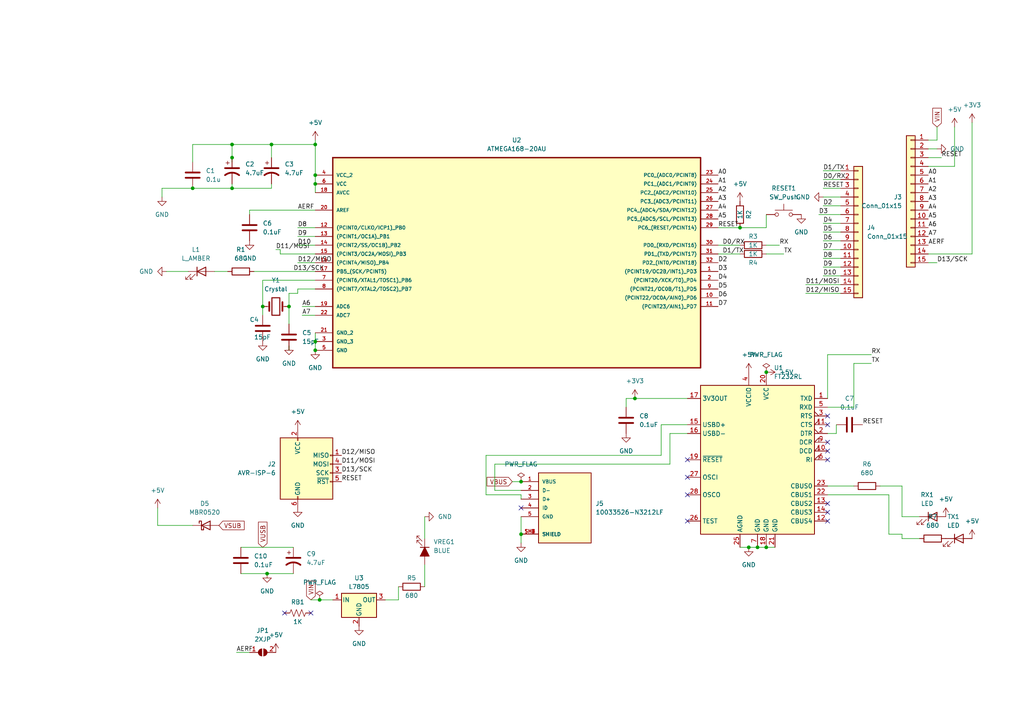
<source format=kicad_sch>
(kicad_sch (version 20230121) (generator eeschema)

  (uuid 51ca6845-a908-4306-ba36-cafb32778b50)

  (paper "A4")

  (lib_symbols
    (symbol "10033526-N3212LF:10033526-N3212LF" (pin_names (offset 1.016)) (in_bom yes) (on_board yes)
      (property "Reference" "J" (at -7.62 10.922 0)
        (effects (font (size 1.27 1.27)) (justify left bottom))
      )
      (property "Value" "10033526-N3212LF" (at -7.62 -12.7 0)
        (effects (font (size 1.27 1.27)) (justify left bottom))
      )
      (property "Footprint" "10033526-N3212LF:AMPHENOL_10033526-N3212LF" (at 0 0 0)
        (effects (font (size 1.27 1.27)) (justify bottom) hide)
      )
      (property "Datasheet" "" (at 0 0 0)
        (effects (font (size 1.27 1.27)) hide)
      )
      (property "MF" "Amphenol ICC" (at 0 0 0)
        (effects (font (size 1.27 1.27)) (justify bottom) hide)
      )
      (property "DESCRIPTION" "MINI USB 2.0- B Type Receptacle conn. Right Angle Surface Mount Type" (at 0 0 0)
        (effects (font (size 1.27 1.27)) (justify bottom) hide)
      )
      (property "PACKAGE" "None" (at 0 0 0)
        (effects (font (size 1.27 1.27)) (justify bottom) hide)
      )
      (property "PRICE" "None" (at 0 0 0)
        (effects (font (size 1.27 1.27)) (justify bottom) hide)
      )
      (property "Package" "None" (at 0 0 0)
        (effects (font (size 1.27 1.27)) (justify bottom) hide)
      )
      (property "Check_prices" "https://www.snapeda.com/parts/10033526-N3212LF/Amphenol+FCI/view-part/?ref=eda" (at 0 0 0)
        (effects (font (size 1.27 1.27)) (justify bottom) hide)
      )
      (property "Price" "None" (at 0 0 0)
        (effects (font (size 1.27 1.27)) (justify bottom) hide)
      )
      (property "SnapEDA_Link" "https://www.snapeda.com/parts/10033526-N3212LF/Amphenol+FCI/view-part/?ref=snap" (at 0 0 0)
        (effects (font (size 1.27 1.27)) (justify bottom) hide)
      )
      (property "MP" "10033526-N3212LF" (at 0 0 0)
        (effects (font (size 1.27 1.27)) (justify bottom) hide)
      )
      (property "Purchase-URL" "https://www.snapeda.com/api/url_track_click_mouser/?unipart_id=354349&manufacturer=Amphenol ICC&part_name=10033526-N3212LF&search_term=usb_mini_b" (at 0 0 0)
        (effects (font (size 1.27 1.27)) (justify bottom) hide)
      )
      (property "Description" "\nMINI USB 2.0- B Type Receptacle conn. Right Angle Surface Mount Type\n" (at 0 0 0)
        (effects (font (size 1.27 1.27)) (justify bottom) hide)
      )
      (property "Availability" "In Stock" (at 0 0 0)
        (effects (font (size 1.27 1.27)) (justify bottom) hide)
      )
      (property "AVAILABILITY" "In Stock" (at 0 0 0)
        (effects (font (size 1.27 1.27)) (justify bottom) hide)
      )
      (property "PURCHASE-URL" "https://pricing.snapeda.com/search/part/10033526-N3212LF/?ref=eda" (at 0 0 0)
        (effects (font (size 1.27 1.27)) (justify bottom) hide)
      )
      (symbol "10033526-N3212LF_0_0"
        (rectangle (start -7.62 -10.16) (end 7.62 10.16)
          (stroke (width 0.254) (type default))
          (fill (type background))
        )
        (pin power_in line (at -12.7 7.62 0) (length 5.08)
          (name "VBUS" (effects (font (size 1.016 1.016))))
          (number "1" (effects (font (size 1.016 1.016))))
        )
        (pin bidirectional line (at -12.7 5.08 0) (length 5.08)
          (name "D-" (effects (font (size 1.016 1.016))))
          (number "2" (effects (font (size 1.016 1.016))))
        )
        (pin bidirectional line (at -12.7 2.54 0) (length 5.08)
          (name "D+" (effects (font (size 1.016 1.016))))
          (number "3" (effects (font (size 1.016 1.016))))
        )
        (pin bidirectional line (at -12.7 0 0) (length 5.08)
          (name "ID" (effects (font (size 1.016 1.016))))
          (number "4" (effects (font (size 1.016 1.016))))
        )
        (pin power_in line (at -12.7 -2.54 0) (length 5.08)
          (name "GND" (effects (font (size 1.016 1.016))))
          (number "5" (effects (font (size 1.016 1.016))))
        )
        (pin passive line (at -12.7 -7.62 0) (length 5.08)
          (name "SHIELD" (effects (font (size 1.016 1.016))))
          (number "SH1" (effects (font (size 1.016 1.016))))
        )
        (pin passive line (at -12.7 -7.62 0) (length 5.08)
          (name "SHIELD" (effects (font (size 1.016 1.016))))
          (number "SH2" (effects (font (size 1.016 1.016))))
        )
        (pin passive line (at -12.7 -7.62 0) (length 5.08)
          (name "SHIELD" (effects (font (size 1.016 1.016))))
          (number "SH3" (effects (font (size 1.016 1.016))))
        )
        (pin passive line (at -12.7 -7.62 0) (length 5.08)
          (name "SHIELD" (effects (font (size 1.016 1.016))))
          (number "SH4" (effects (font (size 1.016 1.016))))
        )
      )
    )
    (symbol "ATMEGA168-20AU:ATMEGA168-20AU" (pin_names (offset 1.016)) (in_bom yes) (on_board yes)
      (property "Reference" "U" (at -5.6937 30.7563 0)
        (effects (font (size 1.27 1.27)) (justify left bottom))
      )
      (property "Value" "ATMEGA168-20AU" (at -3.7863 -37.3801 0)
        (effects (font (size 1.27 1.27)) (justify left bottom))
      )
      (property "Footprint" "ATMEGA168-20AU:QFP80P900X900X120-32N" (at 0 0 0)
        (effects (font (size 1.27 1.27)) (justify bottom) hide)
      )
      (property "Datasheet" "" (at 0 0 0)
        (effects (font (size 1.27 1.27)) hide)
      )
      (property "MF" "Microchip Technology / Atmel" (at 0 0 0)
        (effects (font (size 1.27 1.27)) (justify bottom) hide)
      )
      (property "DESCRIPTION" "Microcontroller" (at 0 0 0)
        (effects (font (size 1.27 1.27)) (justify bottom) hide)
      )
      (property "PACKAGE" "QFP-32" (at 0 0 0)
        (effects (font (size 1.27 1.27)) (justify bottom) hide)
      )
      (property "MPN" "ATMEGA168-20AU" (at 0 0 0)
        (effects (font (size 1.27 1.27)) (justify bottom) hide)
      )
      (property "Price" "None" (at 0 0 0)
        (effects (font (size 1.27 1.27)) (justify bottom) hide)
      )
      (property "Package" "None" (at 0 0 0)
        (effects (font (size 1.27 1.27)) (justify bottom) hide)
      )
      (property "Check_prices" "https://www.snapeda.com/parts/ATMEGA168-20AU/Atmel/view-part/?ref=eda" (at 0 0 0)
        (effects (font (size 1.27 1.27)) (justify bottom) hide)
      )
      (property "OC_FARNELL" "9171193" (at 0 0 0)
        (effects (font (size 1.27 1.27)) (justify bottom) hide)
      )
      (property "SnapEDA_Link" "https://www.snapeda.com/parts/ATMEGA168-20AU/Atmel/view-part/?ref=snap" (at 0 0 0)
        (effects (font (size 1.27 1.27)) (justify bottom) hide)
      )
      (property "MP" "ATMEGA168-20AU" (at 0 0 0)
        (effects (font (size 1.27 1.27)) (justify bottom) hide)
      )
      (property "Purchase-URL" "https://www.snapeda.com/api/url_track_click_mouser/?unipart_id=6292398&manufacturer=Microchip Technology / Atmel&part_name=ATMEGA168-20AU&search_term=atmega168-20au" (at 0 0 0)
        (effects (font (size 1.27 1.27)) (justify bottom) hide)
      )
      (property "SUPPLIER" "ATMEL" (at 0 0 0)
        (effects (font (size 1.27 1.27)) (justify bottom) hide)
      )
      (property "OC_NEWARK" "01M6891" (at 0 0 0)
        (effects (font (size 1.27 1.27)) (justify bottom) hide)
      )
      (property "Availability" "In Stock" (at 0 0 0)
        (effects (font (size 1.27 1.27)) (justify bottom) hide)
      )
      (property "Description" "\nAVR AVR® ATmega Microcontroller IC 8-Bit 20MHz 16KB (8K x 16) FLASH 32-TQFP (7x7)\n" (at 0 0 0)
        (effects (font (size 1.27 1.27)) (justify bottom) hide)
      )
      (symbol "ATMEGA168-20AU_0_0"
        (rectangle (start -53.34 -33.02) (end 53.34 27.94)
          (stroke (width 0.4064) (type default))
          (fill (type background))
        )
        (pin bidirectional line (at 58.42 -5.08 180) (length 5.08)
          (name "(PCINT19/OC2B/INT1)_PD3" (effects (font (size 1.016 1.016))))
          (number "1" (effects (font (size 1.016 1.016))))
        )
        (pin bidirectional line (at 58.42 -12.7 180) (length 5.08)
          (name "(PCINT22/OC0A/AIN0)_PD6" (effects (font (size 1.016 1.016))))
          (number "10" (effects (font (size 1.016 1.016))))
        )
        (pin bidirectional line (at 58.42 -15.24 180) (length 5.08)
          (name "(PCINT23/AIN1)_PD7" (effects (font (size 1.016 1.016))))
          (number "11" (effects (font (size 1.016 1.016))))
        )
        (pin bidirectional line (at -58.42 7.62 0) (length 5.08)
          (name "(PCINT0/CLKO/ICP1)_PB0" (effects (font (size 1.016 1.016))))
          (number "12" (effects (font (size 1.016 1.016))))
        )
        (pin bidirectional line (at -58.42 5.08 0) (length 5.08)
          (name "(PCINT1/OC1A)_PB1" (effects (font (size 1.016 1.016))))
          (number "13" (effects (font (size 1.016 1.016))))
        )
        (pin bidirectional line (at -58.42 2.54 0) (length 5.08)
          (name "(PCINT2/SS/OC1B)_PB2" (effects (font (size 1.016 1.016))))
          (number "14" (effects (font (size 1.016 1.016))))
        )
        (pin bidirectional line (at -58.42 0 0) (length 5.08)
          (name "(PCINT3/OC2A/MOSI)_PB3" (effects (font (size 1.016 1.016))))
          (number "15" (effects (font (size 1.016 1.016))))
        )
        (pin bidirectional line (at -58.42 -2.54 0) (length 5.08)
          (name "(PCINT4/MISO)_PB4" (effects (font (size 1.016 1.016))))
          (number "16" (effects (font (size 1.016 1.016))))
        )
        (pin bidirectional line (at -58.42 -5.08 0) (length 5.08)
          (name "PB5_(SCK/PCINT5)" (effects (font (size 1.016 1.016))))
          (number "17" (effects (font (size 1.016 1.016))))
        )
        (pin power_in line (at -58.42 17.78 0) (length 5.08)
          (name "AVCC" (effects (font (size 1.016 1.016))))
          (number "18" (effects (font (size 1.016 1.016))))
        )
        (pin input line (at -58.42 -15.24 0) (length 5.08)
          (name "ADC6" (effects (font (size 1.016 1.016))))
          (number "19" (effects (font (size 1.016 1.016))))
        )
        (pin bidirectional line (at 58.42 -7.62 180) (length 5.08)
          (name "(PCINT20/XCK/T0)_PD4" (effects (font (size 1.016 1.016))))
          (number "2" (effects (font (size 1.016 1.016))))
        )
        (pin input line (at -58.42 12.7 0) (length 5.08)
          (name "AREF" (effects (font (size 1.016 1.016))))
          (number "20" (effects (font (size 1.016 1.016))))
        )
        (pin passive line (at -58.42 -22.86 0) (length 5.08)
          (name "GND_2" (effects (font (size 1.016 1.016))))
          (number "21" (effects (font (size 1.016 1.016))))
        )
        (pin input line (at -58.42 -17.78 0) (length 5.08)
          (name "ADC7" (effects (font (size 1.016 1.016))))
          (number "22" (effects (font (size 1.016 1.016))))
        )
        (pin bidirectional line (at 58.42 22.86 180) (length 5.08)
          (name "PC0_(ADC0/PCINT8)" (effects (font (size 1.016 1.016))))
          (number "23" (effects (font (size 1.016 1.016))))
        )
        (pin bidirectional line (at 58.42 20.32 180) (length 5.08)
          (name "PC1_(ADC1/PCINT9)" (effects (font (size 1.016 1.016))))
          (number "24" (effects (font (size 1.016 1.016))))
        )
        (pin bidirectional line (at 58.42 17.78 180) (length 5.08)
          (name "PC2_(ADC2/PCINT10)" (effects (font (size 1.016 1.016))))
          (number "25" (effects (font (size 1.016 1.016))))
        )
        (pin bidirectional line (at 58.42 15.24 180) (length 5.08)
          (name "PC3_(ADC3/PCINT11)" (effects (font (size 1.016 1.016))))
          (number "26" (effects (font (size 1.016 1.016))))
        )
        (pin bidirectional line (at 58.42 12.7 180) (length 5.08)
          (name "PC4_(ADC4/SDA/PCINT12)" (effects (font (size 1.016 1.016))))
          (number "27" (effects (font (size 1.016 1.016))))
        )
        (pin bidirectional line (at 58.42 10.16 180) (length 5.08)
          (name "PC5_(ADC5/SCL/PCINT13)" (effects (font (size 1.016 1.016))))
          (number "28" (effects (font (size 1.016 1.016))))
        )
        (pin bidirectional line (at 58.42 7.62 180) (length 5.08)
          (name "PC6_(RESET/PCINT14)" (effects (font (size 1.016 1.016))))
          (number "29" (effects (font (size 1.016 1.016))))
        )
        (pin passive line (at -58.42 -25.4 0) (length 5.08)
          (name "GND_3" (effects (font (size 1.016 1.016))))
          (number "3" (effects (font (size 1.016 1.016))))
        )
        (pin bidirectional line (at 58.42 2.54 180) (length 5.08)
          (name "PD0_(RXD/PCINT16)" (effects (font (size 1.016 1.016))))
          (number "30" (effects (font (size 1.016 1.016))))
        )
        (pin bidirectional line (at 58.42 0 180) (length 5.08)
          (name "PD1_(TXD/PCINT17)" (effects (font (size 1.016 1.016))))
          (number "31" (effects (font (size 1.016 1.016))))
        )
        (pin bidirectional line (at 58.42 -2.54 180) (length 5.08)
          (name "PD2_(INT0/PCINT18)" (effects (font (size 1.016 1.016))))
          (number "32" (effects (font (size 1.016 1.016))))
        )
        (pin power_in line (at -58.42 22.86 0) (length 5.08)
          (name "VCC_2" (effects (font (size 1.016 1.016))))
          (number "4" (effects (font (size 1.016 1.016))))
        )
        (pin passive line (at -58.42 -27.94 0) (length 5.08)
          (name "GND" (effects (font (size 1.016 1.016))))
          (number "5" (effects (font (size 1.016 1.016))))
        )
        (pin power_in line (at -58.42 20.32 0) (length 5.08)
          (name "VCC" (effects (font (size 1.016 1.016))))
          (number "6" (effects (font (size 1.016 1.016))))
        )
        (pin bidirectional line (at -58.42 -7.62 0) (length 5.08)
          (name "(PCINT6/XTAL1/TOSC1)_PB6" (effects (font (size 1.016 1.016))))
          (number "7" (effects (font (size 1.016 1.016))))
        )
        (pin bidirectional line (at -58.42 -10.16 0) (length 5.08)
          (name "(PCINT7/XTAL2/TOSC2)_PB7" (effects (font (size 1.016 1.016))))
          (number "8" (effects (font (size 1.016 1.016))))
        )
        (pin bidirectional line (at 58.42 -10.16 180) (length 5.08)
          (name "(PCINT21/OC0B/T1)_PD5" (effects (font (size 1.016 1.016))))
          (number "9" (effects (font (size 1.016 1.016))))
        )
      )
    )
    (symbol "Connector:AVR-ISP-6" (pin_names (offset 1.016)) (in_bom yes) (on_board yes)
      (property "Reference" "J" (at -6.35 11.43 0)
        (effects (font (size 1.27 1.27)) (justify left))
      )
      (property "Value" "AVR-ISP-6" (at 0 11.43 0)
        (effects (font (size 1.27 1.27)) (justify left))
      )
      (property "Footprint" "" (at -6.35 1.27 90)
        (effects (font (size 1.27 1.27)) hide)
      )
      (property "Datasheet" " ~" (at -32.385 -13.97 0)
        (effects (font (size 1.27 1.27)) hide)
      )
      (property "ki_keywords" "AVR ISP Connector" (at 0 0 0)
        (effects (font (size 1.27 1.27)) hide)
      )
      (property "ki_description" "Atmel 6-pin ISP connector" (at 0 0 0)
        (effects (font (size 1.27 1.27)) hide)
      )
      (property "ki_fp_filters" "IDC?Header*2x03* Pin?Header*2x03*" (at 0 0 0)
        (effects (font (size 1.27 1.27)) hide)
      )
      (symbol "AVR-ISP-6_0_1"
        (rectangle (start -2.667 -6.858) (end -2.413 -7.62)
          (stroke (width 0) (type default))
          (fill (type none))
        )
        (rectangle (start -2.667 10.16) (end -2.413 9.398)
          (stroke (width 0) (type default))
          (fill (type none))
        )
        (rectangle (start 7.62 -2.413) (end 6.858 -2.667)
          (stroke (width 0) (type default))
          (fill (type none))
        )
        (rectangle (start 7.62 0.127) (end 6.858 -0.127)
          (stroke (width 0) (type default))
          (fill (type none))
        )
        (rectangle (start 7.62 2.667) (end 6.858 2.413)
          (stroke (width 0) (type default))
          (fill (type none))
        )
        (rectangle (start 7.62 5.207) (end 6.858 4.953)
          (stroke (width 0) (type default))
          (fill (type none))
        )
        (rectangle (start 7.62 10.16) (end -7.62 -7.62)
          (stroke (width 0.254) (type default))
          (fill (type background))
        )
      )
      (symbol "AVR-ISP-6_1_1"
        (pin passive line (at 10.16 5.08 180) (length 2.54)
          (name "MISO" (effects (font (size 1.27 1.27))))
          (number "1" (effects (font (size 1.27 1.27))))
        )
        (pin passive line (at -2.54 12.7 270) (length 2.54)
          (name "VCC" (effects (font (size 1.27 1.27))))
          (number "2" (effects (font (size 1.27 1.27))))
        )
        (pin passive line (at 10.16 0 180) (length 2.54)
          (name "SCK" (effects (font (size 1.27 1.27))))
          (number "3" (effects (font (size 1.27 1.27))))
        )
        (pin passive line (at 10.16 2.54 180) (length 2.54)
          (name "MOSI" (effects (font (size 1.27 1.27))))
          (number "4" (effects (font (size 1.27 1.27))))
        )
        (pin passive line (at 10.16 -2.54 180) (length 2.54)
          (name "~{RST}" (effects (font (size 1.27 1.27))))
          (number "5" (effects (font (size 1.27 1.27))))
        )
        (pin passive line (at -2.54 -10.16 90) (length 2.54)
          (name "GND" (effects (font (size 1.27 1.27))))
          (number "6" (effects (font (size 1.27 1.27))))
        )
      )
    )
    (symbol "Connector_Generic:Conn_01x15" (pin_names (offset 1.016) hide) (in_bom yes) (on_board yes)
      (property "Reference" "J" (at 0 20.32 0)
        (effects (font (size 1.27 1.27)))
      )
      (property "Value" "Conn_01x15" (at 0 -20.32 0)
        (effects (font (size 1.27 1.27)))
      )
      (property "Footprint" "" (at 0 0 0)
        (effects (font (size 1.27 1.27)) hide)
      )
      (property "Datasheet" "~" (at 0 0 0)
        (effects (font (size 1.27 1.27)) hide)
      )
      (property "ki_keywords" "connector" (at 0 0 0)
        (effects (font (size 1.27 1.27)) hide)
      )
      (property "ki_description" "Generic connector, single row, 01x15, script generated (kicad-library-utils/schlib/autogen/connector/)" (at 0 0 0)
        (effects (font (size 1.27 1.27)) hide)
      )
      (property "ki_fp_filters" "Connector*:*_1x??_*" (at 0 0 0)
        (effects (font (size 1.27 1.27)) hide)
      )
      (symbol "Conn_01x15_1_1"
        (rectangle (start -1.27 -17.653) (end 0 -17.907)
          (stroke (width 0.1524) (type default))
          (fill (type none))
        )
        (rectangle (start -1.27 -15.113) (end 0 -15.367)
          (stroke (width 0.1524) (type default))
          (fill (type none))
        )
        (rectangle (start -1.27 -12.573) (end 0 -12.827)
          (stroke (width 0.1524) (type default))
          (fill (type none))
        )
        (rectangle (start -1.27 -10.033) (end 0 -10.287)
          (stroke (width 0.1524) (type default))
          (fill (type none))
        )
        (rectangle (start -1.27 -7.493) (end 0 -7.747)
          (stroke (width 0.1524) (type default))
          (fill (type none))
        )
        (rectangle (start -1.27 -4.953) (end 0 -5.207)
          (stroke (width 0.1524) (type default))
          (fill (type none))
        )
        (rectangle (start -1.27 -2.413) (end 0 -2.667)
          (stroke (width 0.1524) (type default))
          (fill (type none))
        )
        (rectangle (start -1.27 0.127) (end 0 -0.127)
          (stroke (width 0.1524) (type default))
          (fill (type none))
        )
        (rectangle (start -1.27 2.667) (end 0 2.413)
          (stroke (width 0.1524) (type default))
          (fill (type none))
        )
        (rectangle (start -1.27 5.207) (end 0 4.953)
          (stroke (width 0.1524) (type default))
          (fill (type none))
        )
        (rectangle (start -1.27 7.747) (end 0 7.493)
          (stroke (width 0.1524) (type default))
          (fill (type none))
        )
        (rectangle (start -1.27 10.287) (end 0 10.033)
          (stroke (width 0.1524) (type default))
          (fill (type none))
        )
        (rectangle (start -1.27 12.827) (end 0 12.573)
          (stroke (width 0.1524) (type default))
          (fill (type none))
        )
        (rectangle (start -1.27 15.367) (end 0 15.113)
          (stroke (width 0.1524) (type default))
          (fill (type none))
        )
        (rectangle (start -1.27 17.907) (end 0 17.653)
          (stroke (width 0.1524) (type default))
          (fill (type none))
        )
        (rectangle (start -1.27 19.05) (end 1.27 -19.05)
          (stroke (width 0.254) (type default))
          (fill (type background))
        )
        (pin passive line (at -5.08 17.78 0) (length 3.81)
          (name "Pin_1" (effects (font (size 1.27 1.27))))
          (number "1" (effects (font (size 1.27 1.27))))
        )
        (pin passive line (at -5.08 -5.08 0) (length 3.81)
          (name "Pin_10" (effects (font (size 1.27 1.27))))
          (number "10" (effects (font (size 1.27 1.27))))
        )
        (pin passive line (at -5.08 -7.62 0) (length 3.81)
          (name "Pin_11" (effects (font (size 1.27 1.27))))
          (number "11" (effects (font (size 1.27 1.27))))
        )
        (pin passive line (at -5.08 -10.16 0) (length 3.81)
          (name "Pin_12" (effects (font (size 1.27 1.27))))
          (number "12" (effects (font (size 1.27 1.27))))
        )
        (pin passive line (at -5.08 -12.7 0) (length 3.81)
          (name "Pin_13" (effects (font (size 1.27 1.27))))
          (number "13" (effects (font (size 1.27 1.27))))
        )
        (pin passive line (at -5.08 -15.24 0) (length 3.81)
          (name "Pin_14" (effects (font (size 1.27 1.27))))
          (number "14" (effects (font (size 1.27 1.27))))
        )
        (pin passive line (at -5.08 -17.78 0) (length 3.81)
          (name "Pin_15" (effects (font (size 1.27 1.27))))
          (number "15" (effects (font (size 1.27 1.27))))
        )
        (pin passive line (at -5.08 15.24 0) (length 3.81)
          (name "Pin_2" (effects (font (size 1.27 1.27))))
          (number "2" (effects (font (size 1.27 1.27))))
        )
        (pin passive line (at -5.08 12.7 0) (length 3.81)
          (name "Pin_3" (effects (font (size 1.27 1.27))))
          (number "3" (effects (font (size 1.27 1.27))))
        )
        (pin passive line (at -5.08 10.16 0) (length 3.81)
          (name "Pin_4" (effects (font (size 1.27 1.27))))
          (number "4" (effects (font (size 1.27 1.27))))
        )
        (pin passive line (at -5.08 7.62 0) (length 3.81)
          (name "Pin_5" (effects (font (size 1.27 1.27))))
          (number "5" (effects (font (size 1.27 1.27))))
        )
        (pin passive line (at -5.08 5.08 0) (length 3.81)
          (name "Pin_6" (effects (font (size 1.27 1.27))))
          (number "6" (effects (font (size 1.27 1.27))))
        )
        (pin passive line (at -5.08 2.54 0) (length 3.81)
          (name "Pin_7" (effects (font (size 1.27 1.27))))
          (number "7" (effects (font (size 1.27 1.27))))
        )
        (pin passive line (at -5.08 0 0) (length 3.81)
          (name "Pin_8" (effects (font (size 1.27 1.27))))
          (number "8" (effects (font (size 1.27 1.27))))
        )
        (pin passive line (at -5.08 -2.54 0) (length 3.81)
          (name "Pin_9" (effects (font (size 1.27 1.27))))
          (number "9" (effects (font (size 1.27 1.27))))
        )
      )
    )
    (symbol "Device:C" (pin_numbers hide) (pin_names (offset 0.254)) (in_bom yes) (on_board yes)
      (property "Reference" "C" (at 0.635 2.54 0)
        (effects (font (size 1.27 1.27)) (justify left))
      )
      (property "Value" "C" (at 0.635 -2.54 0)
        (effects (font (size 1.27 1.27)) (justify left))
      )
      (property "Footprint" "" (at 0.9652 -3.81 0)
        (effects (font (size 1.27 1.27)) hide)
      )
      (property "Datasheet" "~" (at 0 0 0)
        (effects (font (size 1.27 1.27)) hide)
      )
      (property "ki_keywords" "cap capacitor" (at 0 0 0)
        (effects (font (size 1.27 1.27)) hide)
      )
      (property "ki_description" "Unpolarized capacitor" (at 0 0 0)
        (effects (font (size 1.27 1.27)) hide)
      )
      (property "ki_fp_filters" "C_*" (at 0 0 0)
        (effects (font (size 1.27 1.27)) hide)
      )
      (symbol "C_0_1"
        (polyline
          (pts
            (xy -2.032 -0.762)
            (xy 2.032 -0.762)
          )
          (stroke (width 0.508) (type default))
          (fill (type none))
        )
        (polyline
          (pts
            (xy -2.032 0.762)
            (xy 2.032 0.762)
          )
          (stroke (width 0.508) (type default))
          (fill (type none))
        )
      )
      (symbol "C_1_1"
        (pin passive line (at 0 3.81 270) (length 2.794)
          (name "~" (effects (font (size 1.27 1.27))))
          (number "1" (effects (font (size 1.27 1.27))))
        )
        (pin passive line (at 0 -3.81 90) (length 2.794)
          (name "~" (effects (font (size 1.27 1.27))))
          (number "2" (effects (font (size 1.27 1.27))))
        )
      )
    )
    (symbol "Device:C_Polarized_US" (pin_numbers hide) (pin_names (offset 0.254) hide) (in_bom yes) (on_board yes)
      (property "Reference" "C" (at 0.635 2.54 0)
        (effects (font (size 1.27 1.27)) (justify left))
      )
      (property "Value" "C_Polarized_US" (at 0.635 -2.54 0)
        (effects (font (size 1.27 1.27)) (justify left))
      )
      (property "Footprint" "" (at 0 0 0)
        (effects (font (size 1.27 1.27)) hide)
      )
      (property "Datasheet" "~" (at 0 0 0)
        (effects (font (size 1.27 1.27)) hide)
      )
      (property "ki_keywords" "cap capacitor" (at 0 0 0)
        (effects (font (size 1.27 1.27)) hide)
      )
      (property "ki_description" "Polarized capacitor, US symbol" (at 0 0 0)
        (effects (font (size 1.27 1.27)) hide)
      )
      (property "ki_fp_filters" "CP_*" (at 0 0 0)
        (effects (font (size 1.27 1.27)) hide)
      )
      (symbol "C_Polarized_US_0_1"
        (polyline
          (pts
            (xy -2.032 0.762)
            (xy 2.032 0.762)
          )
          (stroke (width 0.508) (type default))
          (fill (type none))
        )
        (polyline
          (pts
            (xy -1.778 2.286)
            (xy -0.762 2.286)
          )
          (stroke (width 0) (type default))
          (fill (type none))
        )
        (polyline
          (pts
            (xy -1.27 1.778)
            (xy -1.27 2.794)
          )
          (stroke (width 0) (type default))
          (fill (type none))
        )
        (arc (start 2.032 -1.27) (mid 0 -0.5572) (end -2.032 -1.27)
          (stroke (width 0.508) (type default))
          (fill (type none))
        )
      )
      (symbol "C_Polarized_US_1_1"
        (pin passive line (at 0 3.81 270) (length 2.794)
          (name "~" (effects (font (size 1.27 1.27))))
          (number "1" (effects (font (size 1.27 1.27))))
        )
        (pin passive line (at 0 -3.81 90) (length 3.302)
          (name "~" (effects (font (size 1.27 1.27))))
          (number "2" (effects (font (size 1.27 1.27))))
        )
      )
    )
    (symbol "Device:Crystal" (pin_numbers hide) (pin_names (offset 1.016) hide) (in_bom yes) (on_board yes)
      (property "Reference" "Y" (at 0 3.81 0)
        (effects (font (size 1.27 1.27)))
      )
      (property "Value" "Crystal" (at 0 -3.81 0)
        (effects (font (size 1.27 1.27)))
      )
      (property "Footprint" "" (at 0 0 0)
        (effects (font (size 1.27 1.27)) hide)
      )
      (property "Datasheet" "~" (at 0 0 0)
        (effects (font (size 1.27 1.27)) hide)
      )
      (property "ki_keywords" "quartz ceramic resonator oscillator" (at 0 0 0)
        (effects (font (size 1.27 1.27)) hide)
      )
      (property "ki_description" "Two pin crystal" (at 0 0 0)
        (effects (font (size 1.27 1.27)) hide)
      )
      (property "ki_fp_filters" "Crystal*" (at 0 0 0)
        (effects (font (size 1.27 1.27)) hide)
      )
      (symbol "Crystal_0_1"
        (rectangle (start -1.143 2.54) (end 1.143 -2.54)
          (stroke (width 0.3048) (type default))
          (fill (type none))
        )
        (polyline
          (pts
            (xy -2.54 0)
            (xy -1.905 0)
          )
          (stroke (width 0) (type default))
          (fill (type none))
        )
        (polyline
          (pts
            (xy -1.905 -1.27)
            (xy -1.905 1.27)
          )
          (stroke (width 0.508) (type default))
          (fill (type none))
        )
        (polyline
          (pts
            (xy 1.905 -1.27)
            (xy 1.905 1.27)
          )
          (stroke (width 0.508) (type default))
          (fill (type none))
        )
        (polyline
          (pts
            (xy 2.54 0)
            (xy 1.905 0)
          )
          (stroke (width 0) (type default))
          (fill (type none))
        )
      )
      (symbol "Crystal_1_1"
        (pin passive line (at -3.81 0 0) (length 1.27)
          (name "1" (effects (font (size 1.27 1.27))))
          (number "1" (effects (font (size 1.27 1.27))))
        )
        (pin passive line (at 3.81 0 180) (length 1.27)
          (name "2" (effects (font (size 1.27 1.27))))
          (number "2" (effects (font (size 1.27 1.27))))
        )
      )
    )
    (symbol "Device:LED" (pin_numbers hide) (pin_names (offset 1.016) hide) (in_bom yes) (on_board yes)
      (property "Reference" "D" (at 0 2.54 0)
        (effects (font (size 1.27 1.27)))
      )
      (property "Value" "LED" (at 0 -2.54 0)
        (effects (font (size 1.27 1.27)))
      )
      (property "Footprint" "" (at 0 0 0)
        (effects (font (size 1.27 1.27)) hide)
      )
      (property "Datasheet" "~" (at 0 0 0)
        (effects (font (size 1.27 1.27)) hide)
      )
      (property "ki_keywords" "LED diode" (at 0 0 0)
        (effects (font (size 1.27 1.27)) hide)
      )
      (property "ki_description" "Light emitting diode" (at 0 0 0)
        (effects (font (size 1.27 1.27)) hide)
      )
      (property "ki_fp_filters" "LED* LED_SMD:* LED_THT:*" (at 0 0 0)
        (effects (font (size 1.27 1.27)) hide)
      )
      (symbol "LED_0_1"
        (polyline
          (pts
            (xy -1.27 -1.27)
            (xy -1.27 1.27)
          )
          (stroke (width 0.254) (type default))
          (fill (type none))
        )
        (polyline
          (pts
            (xy -1.27 0)
            (xy 1.27 0)
          )
          (stroke (width 0) (type default))
          (fill (type none))
        )
        (polyline
          (pts
            (xy 1.27 -1.27)
            (xy 1.27 1.27)
            (xy -1.27 0)
            (xy 1.27 -1.27)
          )
          (stroke (width 0.254) (type default))
          (fill (type none))
        )
        (polyline
          (pts
            (xy -3.048 -0.762)
            (xy -4.572 -2.286)
            (xy -3.81 -2.286)
            (xy -4.572 -2.286)
            (xy -4.572 -1.524)
          )
          (stroke (width 0) (type default))
          (fill (type none))
        )
        (polyline
          (pts
            (xy -1.778 -0.762)
            (xy -3.302 -2.286)
            (xy -2.54 -2.286)
            (xy -3.302 -2.286)
            (xy -3.302 -1.524)
          )
          (stroke (width 0) (type default))
          (fill (type none))
        )
      )
      (symbol "LED_1_1"
        (pin passive line (at -3.81 0 0) (length 2.54)
          (name "K" (effects (font (size 1.27 1.27))))
          (number "1" (effects (font (size 1.27 1.27))))
        )
        (pin passive line (at 3.81 0 180) (length 2.54)
          (name "A" (effects (font (size 1.27 1.27))))
          (number "2" (effects (font (size 1.27 1.27))))
        )
      )
    )
    (symbol "Device:LED_Filled" (pin_numbers hide) (pin_names (offset 1.016) hide) (in_bom yes) (on_board yes)
      (property "Reference" "D" (at 0 2.54 0)
        (effects (font (size 1.27 1.27)))
      )
      (property "Value" "LED_Filled" (at 0 -2.54 0)
        (effects (font (size 1.27 1.27)))
      )
      (property "Footprint" "" (at 0 0 0)
        (effects (font (size 1.27 1.27)) hide)
      )
      (property "Datasheet" "~" (at 0 0 0)
        (effects (font (size 1.27 1.27)) hide)
      )
      (property "ki_keywords" "LED diode" (at 0 0 0)
        (effects (font (size 1.27 1.27)) hide)
      )
      (property "ki_description" "Light emitting diode, filled shape" (at 0 0 0)
        (effects (font (size 1.27 1.27)) hide)
      )
      (property "ki_fp_filters" "LED* LED_SMD:* LED_THT:*" (at 0 0 0)
        (effects (font (size 1.27 1.27)) hide)
      )
      (symbol "LED_Filled_0_1"
        (polyline
          (pts
            (xy -1.27 -1.27)
            (xy -1.27 1.27)
          )
          (stroke (width 0.254) (type default))
          (fill (type none))
        )
        (polyline
          (pts
            (xy -1.27 0)
            (xy 1.27 0)
          )
          (stroke (width 0) (type default))
          (fill (type none))
        )
        (polyline
          (pts
            (xy 1.27 -1.27)
            (xy 1.27 1.27)
            (xy -1.27 0)
            (xy 1.27 -1.27)
          )
          (stroke (width 0.254) (type default))
          (fill (type outline))
        )
        (polyline
          (pts
            (xy -3.048 -0.762)
            (xy -4.572 -2.286)
            (xy -3.81 -2.286)
            (xy -4.572 -2.286)
            (xy -4.572 -1.524)
          )
          (stroke (width 0) (type default))
          (fill (type none))
        )
        (polyline
          (pts
            (xy -1.778 -0.762)
            (xy -3.302 -2.286)
            (xy -2.54 -2.286)
            (xy -3.302 -2.286)
            (xy -3.302 -1.524)
          )
          (stroke (width 0) (type default))
          (fill (type none))
        )
      )
      (symbol "LED_Filled_1_1"
        (pin passive line (at -3.81 0 0) (length 2.54)
          (name "K" (effects (font (size 1.27 1.27))))
          (number "1" (effects (font (size 1.27 1.27))))
        )
        (pin passive line (at 3.81 0 180) (length 2.54)
          (name "A" (effects (font (size 1.27 1.27))))
          (number "2" (effects (font (size 1.27 1.27))))
        )
      )
    )
    (symbol "Device:R" (pin_numbers hide) (pin_names (offset 0)) (in_bom yes) (on_board yes)
      (property "Reference" "R" (at 2.032 0 90)
        (effects (font (size 1.27 1.27)))
      )
      (property "Value" "R" (at 0 0 90)
        (effects (font (size 1.27 1.27)))
      )
      (property "Footprint" "" (at -1.778 0 90)
        (effects (font (size 1.27 1.27)) hide)
      )
      (property "Datasheet" "~" (at 0 0 0)
        (effects (font (size 1.27 1.27)) hide)
      )
      (property "ki_keywords" "R res resistor" (at 0 0 0)
        (effects (font (size 1.27 1.27)) hide)
      )
      (property "ki_description" "Resistor" (at 0 0 0)
        (effects (font (size 1.27 1.27)) hide)
      )
      (property "ki_fp_filters" "R_*" (at 0 0 0)
        (effects (font (size 1.27 1.27)) hide)
      )
      (symbol "R_0_1"
        (rectangle (start -1.016 -2.54) (end 1.016 2.54)
          (stroke (width 0.254) (type default))
          (fill (type none))
        )
      )
      (symbol "R_1_1"
        (pin passive line (at 0 3.81 270) (length 1.27)
          (name "~" (effects (font (size 1.27 1.27))))
          (number "1" (effects (font (size 1.27 1.27))))
        )
        (pin passive line (at 0 -3.81 90) (length 1.27)
          (name "~" (effects (font (size 1.27 1.27))))
          (number "2" (effects (font (size 1.27 1.27))))
        )
      )
    )
    (symbol "Device:R_US" (pin_numbers hide) (pin_names (offset 0)) (in_bom yes) (on_board yes)
      (property "Reference" "R" (at 2.54 0 90)
        (effects (font (size 1.27 1.27)))
      )
      (property "Value" "R_US" (at -2.54 0 90)
        (effects (font (size 1.27 1.27)))
      )
      (property "Footprint" "" (at 1.016 -0.254 90)
        (effects (font (size 1.27 1.27)) hide)
      )
      (property "Datasheet" "~" (at 0 0 0)
        (effects (font (size 1.27 1.27)) hide)
      )
      (property "ki_keywords" "R res resistor" (at 0 0 0)
        (effects (font (size 1.27 1.27)) hide)
      )
      (property "ki_description" "Resistor, US symbol" (at 0 0 0)
        (effects (font (size 1.27 1.27)) hide)
      )
      (property "ki_fp_filters" "R_*" (at 0 0 0)
        (effects (font (size 1.27 1.27)) hide)
      )
      (symbol "R_US_0_1"
        (polyline
          (pts
            (xy 0 -2.286)
            (xy 0 -2.54)
          )
          (stroke (width 0) (type default))
          (fill (type none))
        )
        (polyline
          (pts
            (xy 0 2.286)
            (xy 0 2.54)
          )
          (stroke (width 0) (type default))
          (fill (type none))
        )
        (polyline
          (pts
            (xy 0 -0.762)
            (xy 1.016 -1.143)
            (xy 0 -1.524)
            (xy -1.016 -1.905)
            (xy 0 -2.286)
          )
          (stroke (width 0) (type default))
          (fill (type none))
        )
        (polyline
          (pts
            (xy 0 0.762)
            (xy 1.016 0.381)
            (xy 0 0)
            (xy -1.016 -0.381)
            (xy 0 -0.762)
          )
          (stroke (width 0) (type default))
          (fill (type none))
        )
        (polyline
          (pts
            (xy 0 2.286)
            (xy 1.016 1.905)
            (xy 0 1.524)
            (xy -1.016 1.143)
            (xy 0 0.762)
          )
          (stroke (width 0) (type default))
          (fill (type none))
        )
      )
      (symbol "R_US_1_1"
        (pin passive line (at 0 3.81 270) (length 1.27)
          (name "~" (effects (font (size 1.27 1.27))))
          (number "1" (effects (font (size 1.27 1.27))))
        )
        (pin passive line (at 0 -3.81 90) (length 1.27)
          (name "~" (effects (font (size 1.27 1.27))))
          (number "2" (effects (font (size 1.27 1.27))))
        )
      )
    )
    (symbol "Diode:MBR0520LT" (pin_numbers hide) (pin_names (offset 1.016) hide) (in_bom yes) (on_board yes)
      (property "Reference" "D" (at 0 2.54 0)
        (effects (font (size 1.27 1.27)))
      )
      (property "Value" "MBR0520LT" (at 0 -2.54 0)
        (effects (font (size 1.27 1.27)))
      )
      (property "Footprint" "Diode_SMD:D_SOD-123" (at 0 -4.445 0)
        (effects (font (size 1.27 1.27)) hide)
      )
      (property "Datasheet" "http://www.onsemi.com/pub_link/Collateral/MBR0520LT1-D.PDF" (at 0 0 0)
        (effects (font (size 1.27 1.27)) hide)
      )
      (property "ki_keywords" "diode Schottky" (at 0 0 0)
        (effects (font (size 1.27 1.27)) hide)
      )
      (property "ki_description" "20V 0.5A Schottky Power Rectifier Diode, SOD-123" (at 0 0 0)
        (effects (font (size 1.27 1.27)) hide)
      )
      (property "ki_fp_filters" "D*SOD?123*" (at 0 0 0)
        (effects (font (size 1.27 1.27)) hide)
      )
      (symbol "MBR0520LT_0_1"
        (polyline
          (pts
            (xy 1.27 0)
            (xy -1.27 0)
          )
          (stroke (width 0) (type default))
          (fill (type none))
        )
        (polyline
          (pts
            (xy 1.27 1.27)
            (xy 1.27 -1.27)
            (xy -1.27 0)
            (xy 1.27 1.27)
          )
          (stroke (width 0.254) (type default))
          (fill (type none))
        )
        (polyline
          (pts
            (xy -1.905 0.635)
            (xy -1.905 1.27)
            (xy -1.27 1.27)
            (xy -1.27 -1.27)
            (xy -0.635 -1.27)
            (xy -0.635 -0.635)
          )
          (stroke (width 0.254) (type default))
          (fill (type none))
        )
      )
      (symbol "MBR0520LT_1_1"
        (pin passive line (at -3.81 0 0) (length 2.54)
          (name "K" (effects (font (size 1.27 1.27))))
          (number "1" (effects (font (size 1.27 1.27))))
        )
        (pin passive line (at 3.81 0 180) (length 2.54)
          (name "A" (effects (font (size 1.27 1.27))))
          (number "2" (effects (font (size 1.27 1.27))))
        )
      )
    )
    (symbol "Interface_USB:FT232RL" (in_bom yes) (on_board yes)
      (property "Reference" "U" (at -16.51 22.86 0)
        (effects (font (size 1.27 1.27)) (justify left))
      )
      (property "Value" "FT232RL" (at 10.16 22.86 0)
        (effects (font (size 1.27 1.27)) (justify left))
      )
      (property "Footprint" "Package_SO:SSOP-28_5.3x10.2mm_P0.65mm" (at 27.94 -22.86 0)
        (effects (font (size 1.27 1.27)) hide)
      )
      (property "Datasheet" "https://www.ftdichip.com/Support/Documents/DataSheets/ICs/DS_FT232R.pdf" (at 0 0 0)
        (effects (font (size 1.27 1.27)) hide)
      )
      (property "ki_keywords" "FTDI USB Serial" (at 0 0 0)
        (effects (font (size 1.27 1.27)) hide)
      )
      (property "ki_description" "USB to Serial Interface, SSOP-28" (at 0 0 0)
        (effects (font (size 1.27 1.27)) hide)
      )
      (property "ki_fp_filters" "SSOP*5.3x10.2mm*P0.65mm*" (at 0 0 0)
        (effects (font (size 1.27 1.27)) hide)
      )
      (symbol "FT232RL_0_1"
        (rectangle (start -16.51 21.59) (end 16.51 -21.59)
          (stroke (width 0.254) (type default))
          (fill (type background))
        )
      )
      (symbol "FT232RL_1_1"
        (pin output line (at 20.32 17.78 180) (length 3.81)
          (name "TXD" (effects (font (size 1.27 1.27))))
          (number "1" (effects (font (size 1.27 1.27))))
        )
        (pin input input_low (at 20.32 2.54 180) (length 3.81)
          (name "DCD" (effects (font (size 1.27 1.27))))
          (number "10" (effects (font (size 1.27 1.27))))
        )
        (pin input input_low (at 20.32 10.16 180) (length 3.81)
          (name "CTS" (effects (font (size 1.27 1.27))))
          (number "11" (effects (font (size 1.27 1.27))))
        )
        (pin bidirectional line (at 20.32 -17.78 180) (length 3.81)
          (name "CBUS4" (effects (font (size 1.27 1.27))))
          (number "12" (effects (font (size 1.27 1.27))))
        )
        (pin bidirectional line (at 20.32 -12.7 180) (length 3.81)
          (name "CBUS2" (effects (font (size 1.27 1.27))))
          (number "13" (effects (font (size 1.27 1.27))))
        )
        (pin bidirectional line (at 20.32 -15.24 180) (length 3.81)
          (name "CBUS3" (effects (font (size 1.27 1.27))))
          (number "14" (effects (font (size 1.27 1.27))))
        )
        (pin bidirectional line (at -20.32 10.16 0) (length 3.81)
          (name "USBD+" (effects (font (size 1.27 1.27))))
          (number "15" (effects (font (size 1.27 1.27))))
        )
        (pin bidirectional line (at -20.32 7.62 0) (length 3.81)
          (name "USBD-" (effects (font (size 1.27 1.27))))
          (number "16" (effects (font (size 1.27 1.27))))
        )
        (pin power_out line (at -20.32 17.78 0) (length 3.81)
          (name "3V3OUT" (effects (font (size 1.27 1.27))))
          (number "17" (effects (font (size 1.27 1.27))))
        )
        (pin power_in line (at 2.54 -25.4 90) (length 3.81)
          (name "GND" (effects (font (size 1.27 1.27))))
          (number "18" (effects (font (size 1.27 1.27))))
        )
        (pin input line (at -20.32 0 0) (length 3.81)
          (name "~{RESET}" (effects (font (size 1.27 1.27))))
          (number "19" (effects (font (size 1.27 1.27))))
        )
        (pin output output_low (at 20.32 7.62 180) (length 3.81)
          (name "DTR" (effects (font (size 1.27 1.27))))
          (number "2" (effects (font (size 1.27 1.27))))
        )
        (pin power_in line (at 2.54 25.4 270) (length 3.81)
          (name "VCC" (effects (font (size 1.27 1.27))))
          (number "20" (effects (font (size 1.27 1.27))))
        )
        (pin power_in line (at 5.08 -25.4 90) (length 3.81)
          (name "GND" (effects (font (size 1.27 1.27))))
          (number "21" (effects (font (size 1.27 1.27))))
        )
        (pin bidirectional line (at 20.32 -10.16 180) (length 3.81)
          (name "CBUS1" (effects (font (size 1.27 1.27))))
          (number "22" (effects (font (size 1.27 1.27))))
        )
        (pin bidirectional line (at 20.32 -7.62 180) (length 3.81)
          (name "CBUS0" (effects (font (size 1.27 1.27))))
          (number "23" (effects (font (size 1.27 1.27))))
        )
        (pin power_in line (at -5.08 -25.4 90) (length 3.81)
          (name "AGND" (effects (font (size 1.27 1.27))))
          (number "25" (effects (font (size 1.27 1.27))))
        )
        (pin input line (at -20.32 -17.78 0) (length 3.81)
          (name "TEST" (effects (font (size 1.27 1.27))))
          (number "26" (effects (font (size 1.27 1.27))))
        )
        (pin input line (at -20.32 -5.08 0) (length 3.81)
          (name "OSCI" (effects (font (size 1.27 1.27))))
          (number "27" (effects (font (size 1.27 1.27))))
        )
        (pin output line (at -20.32 -10.16 0) (length 3.81)
          (name "OSCO" (effects (font (size 1.27 1.27))))
          (number "28" (effects (font (size 1.27 1.27))))
        )
        (pin output output_low (at 20.32 12.7 180) (length 3.81)
          (name "RTS" (effects (font (size 1.27 1.27))))
          (number "3" (effects (font (size 1.27 1.27))))
        )
        (pin power_in line (at -2.54 25.4 270) (length 3.81)
          (name "VCCIO" (effects (font (size 1.27 1.27))))
          (number "4" (effects (font (size 1.27 1.27))))
        )
        (pin input line (at 20.32 15.24 180) (length 3.81)
          (name "RXD" (effects (font (size 1.27 1.27))))
          (number "5" (effects (font (size 1.27 1.27))))
        )
        (pin input input_low (at 20.32 0 180) (length 3.81)
          (name "RI" (effects (font (size 1.27 1.27))))
          (number "6" (effects (font (size 1.27 1.27))))
        )
        (pin power_in line (at 0 -25.4 90) (length 3.81)
          (name "GND" (effects (font (size 1.27 1.27))))
          (number "7" (effects (font (size 1.27 1.27))))
        )
        (pin input input_low (at 20.32 5.08 180) (length 3.81)
          (name "DCR" (effects (font (size 1.27 1.27))))
          (number "9" (effects (font (size 1.27 1.27))))
        )
      )
    )
    (symbol "Jumper:SolderJumper_2_Open" (pin_names (offset 0) hide) (in_bom yes) (on_board yes)
      (property "Reference" "JP" (at 0 2.032 0)
        (effects (font (size 1.27 1.27)))
      )
      (property "Value" "SolderJumper_2_Open" (at 0 -2.54 0)
        (effects (font (size 1.27 1.27)))
      )
      (property "Footprint" "" (at 0 0 0)
        (effects (font (size 1.27 1.27)) hide)
      )
      (property "Datasheet" "~" (at 0 0 0)
        (effects (font (size 1.27 1.27)) hide)
      )
      (property "ki_keywords" "solder jumper SPST" (at 0 0 0)
        (effects (font (size 1.27 1.27)) hide)
      )
      (property "ki_description" "Solder Jumper, 2-pole, open" (at 0 0 0)
        (effects (font (size 1.27 1.27)) hide)
      )
      (property "ki_fp_filters" "SolderJumper*Open*" (at 0 0 0)
        (effects (font (size 1.27 1.27)) hide)
      )
      (symbol "SolderJumper_2_Open_0_1"
        (arc (start -0.254 1.016) (mid -1.2656 0) (end -0.254 -1.016)
          (stroke (width 0) (type default))
          (fill (type none))
        )
        (arc (start -0.254 1.016) (mid -1.2656 0) (end -0.254 -1.016)
          (stroke (width 0) (type default))
          (fill (type outline))
        )
        (polyline
          (pts
            (xy -0.254 1.016)
            (xy -0.254 -1.016)
          )
          (stroke (width 0) (type default))
          (fill (type none))
        )
        (polyline
          (pts
            (xy 0.254 1.016)
            (xy 0.254 -1.016)
          )
          (stroke (width 0) (type default))
          (fill (type none))
        )
        (arc (start 0.254 -1.016) (mid 1.2656 0) (end 0.254 1.016)
          (stroke (width 0) (type default))
          (fill (type none))
        )
        (arc (start 0.254 -1.016) (mid 1.2656 0) (end 0.254 1.016)
          (stroke (width 0) (type default))
          (fill (type outline))
        )
      )
      (symbol "SolderJumper_2_Open_1_1"
        (pin passive line (at -3.81 0 0) (length 2.54)
          (name "A" (effects (font (size 1.27 1.27))))
          (number "1" (effects (font (size 1.27 1.27))))
        )
        (pin passive line (at 3.81 0 180) (length 2.54)
          (name "B" (effects (font (size 1.27 1.27))))
          (number "2" (effects (font (size 1.27 1.27))))
        )
      )
    )
    (symbol "Regulator_Linear:L7805" (pin_names (offset 0.254)) (in_bom yes) (on_board yes)
      (property "Reference" "U" (at -3.81 3.175 0)
        (effects (font (size 1.27 1.27)))
      )
      (property "Value" "L7805" (at 0 3.175 0)
        (effects (font (size 1.27 1.27)) (justify left))
      )
      (property "Footprint" "" (at 0.635 -3.81 0)
        (effects (font (size 1.27 1.27) italic) (justify left) hide)
      )
      (property "Datasheet" "http://www.st.com/content/ccc/resource/technical/document/datasheet/41/4f/b3/b0/12/d4/47/88/CD00000444.pdf/files/CD00000444.pdf/jcr:content/translations/en.CD00000444.pdf" (at 0 -1.27 0)
        (effects (font (size 1.27 1.27)) hide)
      )
      (property "ki_keywords" "Voltage Regulator 1.5A Positive" (at 0 0 0)
        (effects (font (size 1.27 1.27)) hide)
      )
      (property "ki_description" "Positive 1.5A 35V Linear Regulator, Fixed Output 5V, TO-220/TO-263/TO-252" (at 0 0 0)
        (effects (font (size 1.27 1.27)) hide)
      )
      (property "ki_fp_filters" "TO?252* TO?263* TO?220*" (at 0 0 0)
        (effects (font (size 1.27 1.27)) hide)
      )
      (symbol "L7805_0_1"
        (rectangle (start -5.08 1.905) (end 5.08 -5.08)
          (stroke (width 0.254) (type default))
          (fill (type background))
        )
      )
      (symbol "L7805_1_1"
        (pin power_in line (at -7.62 0 0) (length 2.54)
          (name "IN" (effects (font (size 1.27 1.27))))
          (number "1" (effects (font (size 1.27 1.27))))
        )
        (pin power_in line (at 0 -7.62 90) (length 2.54)
          (name "GND" (effects (font (size 1.27 1.27))))
          (number "2" (effects (font (size 1.27 1.27))))
        )
        (pin power_out line (at 7.62 0 180) (length 2.54)
          (name "OUT" (effects (font (size 1.27 1.27))))
          (number "3" (effects (font (size 1.27 1.27))))
        )
      )
    )
    (symbol "Switch:SW_Push" (pin_numbers hide) (pin_names (offset 1.016) hide) (in_bom yes) (on_board yes)
      (property "Reference" "SW" (at 1.27 2.54 0)
        (effects (font (size 1.27 1.27)) (justify left))
      )
      (property "Value" "SW_Push" (at 0 -1.524 0)
        (effects (font (size 1.27 1.27)))
      )
      (property "Footprint" "" (at 0 5.08 0)
        (effects (font (size 1.27 1.27)) hide)
      )
      (property "Datasheet" "~" (at 0 5.08 0)
        (effects (font (size 1.27 1.27)) hide)
      )
      (property "ki_keywords" "switch normally-open pushbutton push-button" (at 0 0 0)
        (effects (font (size 1.27 1.27)) hide)
      )
      (property "ki_description" "Push button switch, generic, two pins" (at 0 0 0)
        (effects (font (size 1.27 1.27)) hide)
      )
      (symbol "SW_Push_0_1"
        (circle (center -2.032 0) (radius 0.508)
          (stroke (width 0) (type default))
          (fill (type none))
        )
        (polyline
          (pts
            (xy 0 1.27)
            (xy 0 3.048)
          )
          (stroke (width 0) (type default))
          (fill (type none))
        )
        (polyline
          (pts
            (xy 2.54 1.27)
            (xy -2.54 1.27)
          )
          (stroke (width 0) (type default))
          (fill (type none))
        )
        (circle (center 2.032 0) (radius 0.508)
          (stroke (width 0) (type default))
          (fill (type none))
        )
        (pin passive line (at -5.08 0 0) (length 2.54)
          (name "1" (effects (font (size 1.27 1.27))))
          (number "1" (effects (font (size 1.27 1.27))))
        )
        (pin passive line (at 5.08 0 180) (length 2.54)
          (name "2" (effects (font (size 1.27 1.27))))
          (number "2" (effects (font (size 1.27 1.27))))
        )
      )
    )
    (symbol "power:+3V3" (power) (pin_names (offset 0)) (in_bom yes) (on_board yes)
      (property "Reference" "#PWR" (at 0 -3.81 0)
        (effects (font (size 1.27 1.27)) hide)
      )
      (property "Value" "+3V3" (at 0 3.556 0)
        (effects (font (size 1.27 1.27)))
      )
      (property "Footprint" "" (at 0 0 0)
        (effects (font (size 1.27 1.27)) hide)
      )
      (property "Datasheet" "" (at 0 0 0)
        (effects (font (size 1.27 1.27)) hide)
      )
      (property "ki_keywords" "global power" (at 0 0 0)
        (effects (font (size 1.27 1.27)) hide)
      )
      (property "ki_description" "Power symbol creates a global label with name \"+3V3\"" (at 0 0 0)
        (effects (font (size 1.27 1.27)) hide)
      )
      (symbol "+3V3_0_1"
        (polyline
          (pts
            (xy -0.762 1.27)
            (xy 0 2.54)
          )
          (stroke (width 0) (type default))
          (fill (type none))
        )
        (polyline
          (pts
            (xy 0 0)
            (xy 0 2.54)
          )
          (stroke (width 0) (type default))
          (fill (type none))
        )
        (polyline
          (pts
            (xy 0 2.54)
            (xy 0.762 1.27)
          )
          (stroke (width 0) (type default))
          (fill (type none))
        )
      )
      (symbol "+3V3_1_1"
        (pin power_in line (at 0 0 90) (length 0) hide
          (name "+3V3" (effects (font (size 1.27 1.27))))
          (number "1" (effects (font (size 1.27 1.27))))
        )
      )
    )
    (symbol "power:+5V" (power) (pin_names (offset 0)) (in_bom yes) (on_board yes)
      (property "Reference" "#PWR" (at 0 -3.81 0)
        (effects (font (size 1.27 1.27)) hide)
      )
      (property "Value" "+5V" (at 0 3.556 0)
        (effects (font (size 1.27 1.27)))
      )
      (property "Footprint" "" (at 0 0 0)
        (effects (font (size 1.27 1.27)) hide)
      )
      (property "Datasheet" "" (at 0 0 0)
        (effects (font (size 1.27 1.27)) hide)
      )
      (property "ki_keywords" "global power" (at 0 0 0)
        (effects (font (size 1.27 1.27)) hide)
      )
      (property "ki_description" "Power symbol creates a global label with name \"+5V\"" (at 0 0 0)
        (effects (font (size 1.27 1.27)) hide)
      )
      (symbol "+5V_0_1"
        (polyline
          (pts
            (xy -0.762 1.27)
            (xy 0 2.54)
          )
          (stroke (width 0) (type default))
          (fill (type none))
        )
        (polyline
          (pts
            (xy 0 0)
            (xy 0 2.54)
          )
          (stroke (width 0) (type default))
          (fill (type none))
        )
        (polyline
          (pts
            (xy 0 2.54)
            (xy 0.762 1.27)
          )
          (stroke (width 0) (type default))
          (fill (type none))
        )
      )
      (symbol "+5V_1_1"
        (pin power_in line (at 0 0 90) (length 0) hide
          (name "+5V" (effects (font (size 1.27 1.27))))
          (number "1" (effects (font (size 1.27 1.27))))
        )
      )
    )
    (symbol "power:GND" (power) (pin_names (offset 0)) (in_bom yes) (on_board yes)
      (property "Reference" "#PWR" (at 0 -6.35 0)
        (effects (font (size 1.27 1.27)) hide)
      )
      (property "Value" "GND" (at 0 -3.81 0)
        (effects (font (size 1.27 1.27)))
      )
      (property "Footprint" "" (at 0 0 0)
        (effects (font (size 1.27 1.27)) hide)
      )
      (property "Datasheet" "" (at 0 0 0)
        (effects (font (size 1.27 1.27)) hide)
      )
      (property "ki_keywords" "global power" (at 0 0 0)
        (effects (font (size 1.27 1.27)) hide)
      )
      (property "ki_description" "Power symbol creates a global label with name \"GND\" , ground" (at 0 0 0)
        (effects (font (size 1.27 1.27)) hide)
      )
      (symbol "GND_0_1"
        (polyline
          (pts
            (xy 0 0)
            (xy 0 -1.27)
            (xy 1.27 -1.27)
            (xy 0 -2.54)
            (xy -1.27 -1.27)
            (xy 0 -1.27)
          )
          (stroke (width 0) (type default))
          (fill (type none))
        )
      )
      (symbol "GND_1_1"
        (pin power_in line (at 0 0 270) (length 0) hide
          (name "GND" (effects (font (size 1.27 1.27))))
          (number "1" (effects (font (size 1.27 1.27))))
        )
      )
    )
    (symbol "power:PWR_FLAG" (power) (pin_numbers hide) (pin_names (offset 0) hide) (in_bom yes) (on_board yes)
      (property "Reference" "#FLG" (at 0 1.905 0)
        (effects (font (size 1.27 1.27)) hide)
      )
      (property "Value" "PWR_FLAG" (at 0 3.81 0)
        (effects (font (size 1.27 1.27)))
      )
      (property "Footprint" "" (at 0 0 0)
        (effects (font (size 1.27 1.27)) hide)
      )
      (property "Datasheet" "~" (at 0 0 0)
        (effects (font (size 1.27 1.27)) hide)
      )
      (property "ki_keywords" "flag power" (at 0 0 0)
        (effects (font (size 1.27 1.27)) hide)
      )
      (property "ki_description" "Special symbol for telling ERC where power comes from" (at 0 0 0)
        (effects (font (size 1.27 1.27)) hide)
      )
      (symbol "PWR_FLAG_0_0"
        (pin power_out line (at 0 0 90) (length 0)
          (name "pwr" (effects (font (size 1.27 1.27))))
          (number "1" (effects (font (size 1.27 1.27))))
        )
      )
      (symbol "PWR_FLAG_0_1"
        (polyline
          (pts
            (xy 0 0)
            (xy 0 1.27)
            (xy -1.016 1.905)
            (xy 0 2.54)
            (xy 1.016 1.905)
            (xy 0 1.27)
          )
          (stroke (width 0) (type default))
          (fill (type none))
        )
      )
    )
  )

  (junction (at 91.44 101.6) (diameter 0) (color 0 0 0 0)
    (uuid 02e0279a-0736-45de-b983-d6598ca82c2c)
  )
  (junction (at 151.13 139.7) (diameter 0) (color 0 0 0 0)
    (uuid 2491ef96-49a8-474a-a34e-060290107d22)
  )
  (junction (at 55.88 54.61) (diameter 0) (color 0 0 0 0)
    (uuid 3a8edc19-642e-46bf-9817-05d0385558ee)
  )
  (junction (at 91.44 50.8) (diameter 0) (color 0 0 0 0)
    (uuid 3c14b246-4efa-4028-817d-520fc269f31c)
  )
  (junction (at 219.71 158.75) (diameter 0) (color 0 0 0 0)
    (uuid 56c87d55-9810-4bc6-80eb-a0f94a44c3ad)
  )
  (junction (at 67.31 45.72) (diameter 0) (color 0 0 0 0)
    (uuid 5dafa163-5006-4d48-99ad-9012c3ac2a26)
  )
  (junction (at 217.17 158.75) (diameter 0) (color 0 0 0 0)
    (uuid 5e9471ed-bcec-4229-8805-3742b716b13e)
  )
  (junction (at 67.31 54.61) (diameter 0) (color 0 0 0 0)
    (uuid 60ee04e0-9192-40d4-ad78-165348fe8600)
  )
  (junction (at 78.74 41.91) (diameter 0) (color 0 0 0 0)
    (uuid 659e5eeb-9d6d-474e-8567-1401c35de6bc)
  )
  (junction (at 214.63 66.04) (diameter 0) (color 0 0 0 0)
    (uuid 6c44bac1-337e-4720-a68c-2589507670a9)
  )
  (junction (at 222.25 107.95) (diameter 0) (color 0 0 0 0)
    (uuid 6f4300f3-c344-445a-bdcc-69747b730c1b)
  )
  (junction (at 92.71 173.99) (diameter 0) (color 0 0 0 0)
    (uuid 7471188a-bbbd-4d4d-ba0a-b3611c3557f2)
  )
  (junction (at 67.31 41.91) (diameter 0) (color 0 0 0 0)
    (uuid 7b7f4f2e-b8a6-4655-afba-38a61d9ed2b7)
  )
  (junction (at 83.82 88.9) (diameter 0) (color 0 0 0 0)
    (uuid 7e8f15ec-4f11-4375-82d2-d807d6578e87)
  )
  (junction (at 222.25 158.75) (diameter 0) (color 0 0 0 0)
    (uuid 87ed5f3b-6de2-4e3f-a126-85341fe09d92)
  )
  (junction (at 184.15 115.57) (diameter 0) (color 0 0 0 0)
    (uuid a32d51e8-22cd-4348-ae4a-35523a88c182)
  )
  (junction (at 77.47 166.37) (diameter 0) (color 0 0 0 0)
    (uuid af44a157-d5b9-4fa2-a377-79fd6398aa2a)
  )
  (junction (at 151.13 154.94) (diameter 0) (color 0 0 0 0)
    (uuid b13aa8b5-ddff-4ea7-b1e8-14f87ea8ebe7)
  )
  (junction (at 91.44 53.34) (diameter 0) (color 0 0 0 0)
    (uuid c683ac9f-1eb9-4b7f-b4b2-4e25c30895b5)
  )
  (junction (at 76.2 88.9) (diameter 0) (color 0 0 0 0)
    (uuid c73b3721-ff66-40dd-805b-30bb9c90cf15)
  )
  (junction (at 91.44 41.91) (diameter 0) (color 0 0 0 0)
    (uuid e6632e72-d914-4d2a-88b1-098f9f12cd38)
  )
  (junction (at 91.44 99.06) (diameter 0) (color 0 0 0 0)
    (uuid fc929b17-6378-4712-99a2-fab5f0c12ceb)
  )

  (no_connect (at 199.39 143.51) (uuid 03efe26f-cd62-4f02-a651-0ffb5e4522c2))
  (no_connect (at 199.39 133.35) (uuid 066e8f57-9092-4f59-97ea-9838babb1095))
  (no_connect (at 82.55 177.8) (uuid 0d9144f5-21c6-47bb-ae1d-29028f4c039e))
  (no_connect (at 240.03 148.59) (uuid 1f6ab6bc-3b03-43b1-b03f-63229a93895b))
  (no_connect (at 240.03 130.81) (uuid 214bab41-5920-4dd4-95fb-6183445e1185))
  (no_connect (at 240.03 146.05) (uuid 2dc56314-c98b-4ae9-95c0-bfa7cfbb7941))
  (no_connect (at 199.39 151.13) (uuid 36a90b86-497d-4437-bc9d-e7773495933b))
  (no_connect (at 90.17 177.8) (uuid 424042dc-a34f-4ab1-b728-5fe90673c624))
  (no_connect (at 240.03 151.13) (uuid 6a96c4fd-7f63-4cfe-bdfb-1194b742a469))
  (no_connect (at 151.13 147.32) (uuid 8f56b162-9bf0-458b-b8bc-970367cd22f3))
  (no_connect (at 240.03 133.35) (uuid 93157064-c27d-4852-9a2b-6b10f7db0c1b))
  (no_connect (at 240.03 128.27) (uuid bec95b28-9508-4585-9df7-641268d65ae4))
  (no_connect (at 240.03 120.65) (uuid c4d5e592-3b4f-48bf-b629-aa28f6f86e19))
  (no_connect (at 199.39 138.43) (uuid f8f66d57-1b48-4f62-9a22-7c0425d4b248))
  (no_connect (at 240.03 123.19) (uuid fc979bef-373f-49f7-b7f6-590f28e1ac94))

  (wire (pts (xy 80.01 72.39) (xy 81.28 72.39))
    (stroke (width 0) (type default))
    (uuid 007c5573-c0d0-4100-b81d-07b2672f66e9)
  )
  (wire (pts (xy 81.28 72.39) (xy 81.28 73.66))
    (stroke (width 0) (type default))
    (uuid 038a9cd7-1be2-471a-b8c6-8d398789705b)
  )
  (wire (pts (xy 191.77 123.19) (xy 191.77 132.08))
    (stroke (width 0) (type default))
    (uuid 04c60125-b9ce-4722-aff8-8c25c2265764)
  )
  (wire (pts (xy 219.71 158.75) (xy 222.25 158.75))
    (stroke (width 0) (type default))
    (uuid 09ffd8b3-3c73-4f78-a157-ce3376bcd677)
  )
  (wire (pts (xy 184.15 115.57) (xy 199.39 115.57))
    (stroke (width 0) (type default))
    (uuid 0a0e702a-42b1-4a0f-9f86-f2c61c94a8bb)
  )
  (wire (pts (xy 261.62 140.97) (xy 261.62 149.86))
    (stroke (width 0) (type default))
    (uuid 0b71d2ab-9973-496a-9274-0803808394c0)
  )
  (wire (pts (xy 86.36 71.12) (xy 91.44 71.12))
    (stroke (width 0) (type default))
    (uuid 0c871bab-686f-4ce5-a092-e53554ffb747)
  )
  (wire (pts (xy 151.13 143.51) (xy 151.13 144.78))
    (stroke (width 0) (type default))
    (uuid 119cf8d0-5178-4d41-8751-94f144b624e0)
  )
  (wire (pts (xy 238.76 80.01) (xy 243.84 80.01))
    (stroke (width 0) (type default))
    (uuid 12778357-5d6a-43c7-b885-67de7b28455d)
  )
  (wire (pts (xy 67.31 54.61) (xy 78.74 54.61))
    (stroke (width 0) (type default))
    (uuid 129c82b0-6c57-4dfd-96ef-185d41d679e2)
  )
  (wire (pts (xy 181.61 115.57) (xy 184.15 115.57))
    (stroke (width 0) (type default))
    (uuid 14be11a0-a828-4f1b-b27f-91ac6f9d582e)
  )
  (wire (pts (xy 214.63 158.75) (xy 217.17 158.75))
    (stroke (width 0) (type default))
    (uuid 15d9813a-3355-4b3c-90a1-1c3fb1f81849)
  )
  (wire (pts (xy 67.31 45.72) (xy 67.31 46.99))
    (stroke (width 0) (type default))
    (uuid 164e2927-cdc7-4b24-879c-bfbb1e157c6b)
  )
  (wire (pts (xy 91.44 50.8) (xy 91.44 53.34))
    (stroke (width 0) (type default))
    (uuid 1dd17474-2e1c-4ea3-82ca-3fa82dcf8f87)
  )
  (wire (pts (xy 269.24 73.66) (xy 281.94 73.66))
    (stroke (width 0) (type default))
    (uuid 1e943d67-6977-4947-bd73-c384a997462a)
  )
  (wire (pts (xy 257.81 154.94) (xy 261.62 154.94))
    (stroke (width 0) (type default))
    (uuid 1ee253ae-f86a-491a-8843-d90eabd01b10)
  )
  (wire (pts (xy 45.72 152.4) (xy 55.88 152.4))
    (stroke (width 0) (type default))
    (uuid 2309fe05-010f-4c1b-afe7-8be2f94bf64c)
  )
  (wire (pts (xy 91.44 41.91) (xy 91.44 50.8))
    (stroke (width 0) (type default))
    (uuid 25b03ffb-84a8-4b0d-958c-19d27af67c43)
  )
  (wire (pts (xy 83.82 101.6) (xy 83.82 100.33))
    (stroke (width 0) (type default))
    (uuid 281afc2b-1132-4b7e-9d10-f12944a391c1)
  )
  (wire (pts (xy 143.51 134.62) (xy 143.51 142.24))
    (stroke (width 0) (type default))
    (uuid 283576ed-314c-41ef-84d6-eb690c49048b)
  )
  (wire (pts (xy 87.63 88.9) (xy 91.44 88.9))
    (stroke (width 0) (type default))
    (uuid 293be9d0-1f49-4c07-83a3-1759732ba683)
  )
  (wire (pts (xy 238.76 69.85) (xy 243.84 69.85))
    (stroke (width 0) (type default))
    (uuid 2ab20b21-2b1d-4fd2-88fa-ec330caf130e)
  )
  (wire (pts (xy 62.23 78.74) (xy 66.04 78.74))
    (stroke (width 0) (type default))
    (uuid 2dcd0a56-e28f-405e-826a-09e38d78e65c)
  )
  (wire (pts (xy 240.03 102.87) (xy 240.03 115.57))
    (stroke (width 0) (type default))
    (uuid 304b7164-b1ca-4f4f-a9fd-38654934b3b7)
  )
  (wire (pts (xy 217.17 158.75) (xy 219.71 158.75))
    (stroke (width 0) (type default))
    (uuid 3c1542db-a9c0-4915-add9-9a198b71d5d3)
  )
  (wire (pts (xy 269.24 76.2) (xy 271.78 76.2))
    (stroke (width 0) (type default))
    (uuid 3eb88ef8-6e90-4208-83cb-eb88e18c2cee)
  )
  (wire (pts (xy 261.62 154.94) (xy 261.62 156.21))
    (stroke (width 0) (type default))
    (uuid 3eced4cc-0429-4d27-a005-ec710b9abc88)
  )
  (wire (pts (xy 78.74 53.34) (xy 78.74 54.61))
    (stroke (width 0) (type default))
    (uuid 466a528b-4505-42d3-a07e-03cde6d2e8b0)
  )
  (wire (pts (xy 76.2 88.9) (xy 76.2 91.44))
    (stroke (width 0) (type default))
    (uuid 47a44e91-914c-4b6c-bfc6-85372408229a)
  )
  (wire (pts (xy 233.68 82.55) (xy 243.84 82.55))
    (stroke (width 0) (type default))
    (uuid 4b1aa66f-e3fe-466d-8c8f-d37d03804ce1)
  )
  (wire (pts (xy 81.28 73.66) (xy 91.44 73.66))
    (stroke (width 0) (type default))
    (uuid 4e5ce28c-a7fe-4acb-baf9-9e7791413f4b)
  )
  (wire (pts (xy 92.71 173.99) (xy 96.52 173.99))
    (stroke (width 0) (type default))
    (uuid 4e860101-2dde-4848-a608-ac14c14c23e5)
  )
  (wire (pts (xy 86.36 68.58) (xy 91.44 68.58))
    (stroke (width 0) (type default))
    (uuid 4ecafb02-deff-4e80-b2d3-350ce48ca50e)
  )
  (wire (pts (xy 83.82 85.09) (xy 83.82 88.9))
    (stroke (width 0) (type default))
    (uuid 52f1de84-aa06-43b8-9648-5981dac7b505)
  )
  (wire (pts (xy 208.28 73.66) (xy 214.63 73.66))
    (stroke (width 0) (type default))
    (uuid 56856fb5-962b-4843-ba20-d095b5fb215f)
  )
  (wire (pts (xy 240.03 140.97) (xy 247.65 140.97))
    (stroke (width 0) (type default))
    (uuid 5690e1c7-e859-4aca-aa6b-d0d779c5da8d)
  )
  (wire (pts (xy 123.19 149.86) (xy 123.19 156.21))
    (stroke (width 0) (type default))
    (uuid 573a1170-f9a2-4be6-8d87-1be7809d0daf)
  )
  (wire (pts (xy 91.44 60.96) (xy 72.39 60.96))
    (stroke (width 0) (type default))
    (uuid 59071ec4-6c00-4fcf-8337-31b96a2c6da7)
  )
  (wire (pts (xy 222.25 62.23) (xy 222.25 66.04))
    (stroke (width 0) (type default))
    (uuid 5b7be674-3a23-41c7-b622-9611981314d2)
  )
  (wire (pts (xy 151.13 157.48) (xy 151.13 154.94))
    (stroke (width 0) (type default))
    (uuid 5bad3998-5a2c-467e-8822-27f195ad1410)
  )
  (wire (pts (xy 55.88 41.91) (xy 67.31 41.91))
    (stroke (width 0) (type default))
    (uuid 5c91ef09-3e5d-40e1-ac46-111e7b25f1fe)
  )
  (wire (pts (xy 238.76 67.31) (xy 243.84 67.31))
    (stroke (width 0) (type default))
    (uuid 61015719-0d40-41b0-94f0-9311f54b2d63)
  )
  (wire (pts (xy 48.26 78.74) (xy 54.61 78.74))
    (stroke (width 0) (type default))
    (uuid 68d6c10e-152b-4cc0-89f3-d8f173ca1966)
  )
  (wire (pts (xy 69.85 158.75) (xy 85.09 158.75))
    (stroke (width 0) (type default))
    (uuid 6a30177f-1356-4843-8d6b-6191cfad83ef)
  )
  (wire (pts (xy 240.03 143.51) (xy 257.81 143.51))
    (stroke (width 0) (type default))
    (uuid 6abc9444-f9db-41a8-b697-073faf1f6135)
  )
  (wire (pts (xy 78.74 41.91) (xy 91.44 41.91))
    (stroke (width 0) (type default))
    (uuid 6e5c2e47-d7ea-453f-811d-b8941872e618)
  )
  (wire (pts (xy 91.44 99.06) (xy 91.44 101.6))
    (stroke (width 0) (type default))
    (uuid 6ecbb86e-cf41-441b-95e9-dd9c58e0825b)
  )
  (wire (pts (xy 261.62 156.21) (xy 266.7 156.21))
    (stroke (width 0) (type default))
    (uuid 72b870ec-aac6-48dc-8e67-59b128f8ab54)
  )
  (wire (pts (xy 55.88 54.61) (xy 67.31 54.61))
    (stroke (width 0) (type default))
    (uuid 743eeca4-43bd-4e47-8264-3daf0b932e55)
  )
  (wire (pts (xy 123.19 163.83) (xy 123.19 170.18))
    (stroke (width 0) (type default))
    (uuid 74d1e31a-7431-4323-8bb4-a264a447037b)
  )
  (wire (pts (xy 222.25 158.75) (xy 224.79 158.75))
    (stroke (width 0) (type default))
    (uuid 7548854e-6407-41a8-8798-f15fb0506221)
  )
  (wire (pts (xy 86.36 76.2) (xy 91.44 76.2))
    (stroke (width 0) (type default))
    (uuid 75a0126b-15bc-4c78-b92c-083a8765e429)
  )
  (wire (pts (xy 181.61 115.57) (xy 181.61 118.11))
    (stroke (width 0) (type default))
    (uuid 7b711236-c666-4376-ad63-6f1fea9a00f1)
  )
  (wire (pts (xy 45.72 147.32) (xy 45.72 152.4))
    (stroke (width 0) (type default))
    (uuid 7c43c225-05fa-48a6-ac47-db47000a3ac2)
  )
  (wire (pts (xy 238.76 54.61) (xy 243.84 54.61))
    (stroke (width 0) (type default))
    (uuid 826eeeac-03b3-45d2-95f8-168b69d487aa)
  )
  (wire (pts (xy 261.62 149.86) (xy 266.7 149.86))
    (stroke (width 0) (type default))
    (uuid 82e470b9-57df-4884-8c49-3f4c5939a7b2)
  )
  (wire (pts (xy 191.77 132.08) (xy 140.97 132.08))
    (stroke (width 0) (type default))
    (uuid 840d73e6-8893-4c90-9dab-40734b96bfdf)
  )
  (wire (pts (xy 115.57 170.18) (xy 115.57 173.99))
    (stroke (width 0) (type default))
    (uuid 86e6dbdd-9653-4e99-b843-30d41ff8a774)
  )
  (wire (pts (xy 194.31 134.62) (xy 194.31 125.73))
    (stroke (width 0) (type default))
    (uuid 8738600c-1bc2-4d11-ad36-1a86bc25c012)
  )
  (wire (pts (xy 222.25 73.66) (xy 227.33 73.66))
    (stroke (width 0) (type default))
    (uuid 8adb257d-27d7-41ff-8236-71fae17d9ab2)
  )
  (wire (pts (xy 91.44 53.34) (xy 91.44 55.88))
    (stroke (width 0) (type default))
    (uuid 8ba1fb81-073c-4ffa-ade8-4e6b413091ec)
  )
  (wire (pts (xy 240.03 118.11) (xy 247.65 118.11))
    (stroke (width 0) (type default))
    (uuid 8bac7902-f40c-484c-8f44-aa91593fe7fd)
  )
  (wire (pts (xy 68.58 189.23) (xy 72.39 189.23))
    (stroke (width 0) (type default))
    (uuid 8c456433-3317-4d65-a4d5-46a43c2324d1)
  )
  (wire (pts (xy 269.24 43.18) (xy 271.78 43.18))
    (stroke (width 0) (type default))
    (uuid 8e7353ac-1ba2-4ca1-89ec-418ac9e2b0a7)
  )
  (wire (pts (xy 255.27 140.97) (xy 261.62 140.97))
    (stroke (width 0) (type default))
    (uuid 8f53edf7-eeb3-44e1-b8f3-b1a36d41c396)
  )
  (wire (pts (xy 238.76 49.53) (xy 243.84 49.53))
    (stroke (width 0) (type default))
    (uuid 8f9e5fcf-2624-4ff5-b654-47c5d740ea24)
  )
  (wire (pts (xy 69.85 166.37) (xy 77.47 166.37))
    (stroke (width 0) (type default))
    (uuid 90a4a2f5-884c-43df-b5ea-b6ba5bfd41ea)
  )
  (wire (pts (xy 269.24 40.64) (xy 271.78 40.64))
    (stroke (width 0) (type default))
    (uuid 94b4862f-d112-4fb8-a16d-8f37dff9dc6e)
  )
  (wire (pts (xy 148.59 139.7) (xy 151.13 139.7))
    (stroke (width 0) (type default))
    (uuid 952df7b9-87f5-410e-a390-709b8ba910ef)
  )
  (wire (pts (xy 276.86 36.83) (xy 276.86 48.26))
    (stroke (width 0) (type default))
    (uuid 9b07cd7f-edd5-4058-a912-6839b8cc4562)
  )
  (wire (pts (xy 91.44 96.52) (xy 91.44 99.06))
    (stroke (width 0) (type default))
    (uuid 9b1175c2-e9bc-4a71-b2d9-c68d34bca151)
  )
  (wire (pts (xy 87.63 91.44) (xy 91.44 91.44))
    (stroke (width 0) (type default))
    (uuid 9db2e46d-6c83-4089-8a60-4425a2660672)
  )
  (wire (pts (xy 238.76 52.07) (xy 243.84 52.07))
    (stroke (width 0) (type default))
    (uuid a04a3dc5-c293-4202-a92d-8368d214ffe4)
  )
  (wire (pts (xy 151.13 149.86) (xy 151.13 154.94))
    (stroke (width 0) (type default))
    (uuid a116e173-d2f7-4671-ad18-485f4e6a1a78)
  )
  (wire (pts (xy 78.74 41.91) (xy 78.74 45.72))
    (stroke (width 0) (type default))
    (uuid a2284ef2-9ec9-4dc4-9471-b25b6ec22b3a)
  )
  (wire (pts (xy 91.44 40.64) (xy 91.44 41.91))
    (stroke (width 0) (type default))
    (uuid a26e2ca8-df45-4944-a05c-fbf5760c3e9c)
  )
  (wire (pts (xy 247.65 118.11) (xy 247.65 105.41))
    (stroke (width 0) (type default))
    (uuid a31e02c2-8843-4996-a0c5-0aca5acb4bb2)
  )
  (wire (pts (xy 214.63 66.04) (xy 222.25 66.04))
    (stroke (width 0) (type default))
    (uuid a38027bf-c749-4b27-ac97-ea6c91348dcb)
  )
  (wire (pts (xy 238.76 64.77) (xy 243.84 64.77))
    (stroke (width 0) (type default))
    (uuid a4e2cd26-ca79-47cd-a80b-9e845c53c7d7)
  )
  (wire (pts (xy 240.03 125.73) (xy 242.57 125.73))
    (stroke (width 0) (type default))
    (uuid a63fda69-a528-40d6-b575-3afbcd0c7b82)
  )
  (wire (pts (xy 86.36 83.82) (xy 91.44 83.82))
    (stroke (width 0) (type default))
    (uuid a995bf02-9e3e-4ea4-a39e-5367ba4f19ba)
  )
  (wire (pts (xy 238.76 59.69) (xy 243.84 59.69))
    (stroke (width 0) (type default))
    (uuid aa62b357-bf86-47cd-9fd2-fee525e9a242)
  )
  (wire (pts (xy 76.2 81.28) (xy 76.2 88.9))
    (stroke (width 0) (type default))
    (uuid acaf79b1-a8c1-425f-9cfe-7f4a095b6b55)
  )
  (wire (pts (xy 222.25 71.12) (xy 226.06 71.12))
    (stroke (width 0) (type default))
    (uuid b012ca25-378a-4460-82ce-aa18d16f308e)
  )
  (wire (pts (xy 247.65 105.41) (xy 252.73 105.41))
    (stroke (width 0) (type default))
    (uuid b0b7b342-2bf3-4260-8bc2-1bb1b646dc07)
  )
  (wire (pts (xy 194.31 134.62) (xy 143.51 134.62))
    (stroke (width 0) (type default))
    (uuid b7931352-b6c8-4284-b74c-bf02c0b945a0)
  )
  (wire (pts (xy 86.36 66.04) (xy 91.44 66.04))
    (stroke (width 0) (type default))
    (uuid b7e8ce18-454d-4300-a539-685cc118cc06)
  )
  (wire (pts (xy 46.99 54.61) (xy 46.99 57.15))
    (stroke (width 0) (type default))
    (uuid b7ebc27c-167e-427a-b996-adb08d06a4b4)
  )
  (wire (pts (xy 86.36 85.09) (xy 83.82 85.09))
    (stroke (width 0) (type default))
    (uuid ba3e08c3-abbf-49f2-93a7-81c777dbc5ff)
  )
  (wire (pts (xy 269.24 48.26) (xy 276.86 48.26))
    (stroke (width 0) (type default))
    (uuid bb5663dc-8b92-4029-ac7d-dad57c4a9890)
  )
  (wire (pts (xy 90.17 173.99) (xy 92.71 173.99))
    (stroke (width 0) (type default))
    (uuid bec9d88c-8af9-404d-a115-be542f4a2d7a)
  )
  (wire (pts (xy 257.81 143.51) (xy 257.81 154.94))
    (stroke (width 0) (type default))
    (uuid c2e0b087-d9a2-4f67-8603-1b84a91fa686)
  )
  (wire (pts (xy 237.49 62.23) (xy 243.84 62.23))
    (stroke (width 0) (type default))
    (uuid c3091b44-0003-4839-92e6-0a52691d29aa)
  )
  (wire (pts (xy 238.76 57.15) (xy 243.84 57.15))
    (stroke (width 0) (type default))
    (uuid cb9e6d49-9f0c-46b9-a976-504be67512eb)
  )
  (wire (pts (xy 67.31 41.91) (xy 67.31 45.72))
    (stroke (width 0) (type default))
    (uuid cbcd2828-4bfd-4d42-b79d-87f85e6052a2)
  )
  (wire (pts (xy 83.82 88.9) (xy 83.82 93.98))
    (stroke (width 0) (type default))
    (uuid cea0f218-7056-4644-8db5-bca504e53816)
  )
  (wire (pts (xy 77.47 166.37) (xy 85.09 166.37))
    (stroke (width 0) (type default))
    (uuid d1888d12-2e91-447f-9d84-819b0e5afbcc)
  )
  (wire (pts (xy 233.68 85.09) (xy 243.84 85.09))
    (stroke (width 0) (type default))
    (uuid d3a96cc6-8982-4ba1-924f-5aa942295a95)
  )
  (wire (pts (xy 242.57 123.19) (xy 242.57 125.73))
    (stroke (width 0) (type default))
    (uuid d9b6a0f6-471b-4941-84cf-f5833ee280ce)
  )
  (wire (pts (xy 111.76 173.99) (xy 115.57 173.99))
    (stroke (width 0) (type default))
    (uuid dd6d4f09-d1ee-420b-8465-e3524dab8f5d)
  )
  (wire (pts (xy 208.28 71.12) (xy 214.63 71.12))
    (stroke (width 0) (type default))
    (uuid de35fac0-8d24-44a3-80f2-ab7943daf7f7)
  )
  (wire (pts (xy 240.03 102.87) (xy 252.73 102.87))
    (stroke (width 0) (type default))
    (uuid e09f2dd1-422e-4100-97ab-2b161d5d1f41)
  )
  (wire (pts (xy 72.39 60.96) (xy 72.39 62.23))
    (stroke (width 0) (type default))
    (uuid e408c120-ed0f-4c6b-ae5b-11cbf7ffd14f)
  )
  (wire (pts (xy 73.66 78.74) (xy 91.44 78.74))
    (stroke (width 0) (type default))
    (uuid e5872fca-bd72-43c9-9c55-fec84d20cfee)
  )
  (wire (pts (xy 67.31 53.34) (xy 67.31 54.61))
    (stroke (width 0) (type default))
    (uuid e65e0c77-2a19-47c6-9554-c1a6e1136561)
  )
  (wire (pts (xy 55.88 41.91) (xy 55.88 46.99))
    (stroke (width 0) (type default))
    (uuid e7e43408-7a92-425e-a8bf-4fa20de0b467)
  )
  (wire (pts (xy 238.76 77.47) (xy 243.84 77.47))
    (stroke (width 0) (type default))
    (uuid e8a188b8-920a-4a5f-8a3e-a00b64001cfa)
  )
  (wire (pts (xy 55.88 54.61) (xy 46.99 54.61))
    (stroke (width 0) (type default))
    (uuid e92cfa0e-8330-4fab-ba6d-e111261f3c67)
  )
  (wire (pts (xy 269.24 45.72) (xy 273.05 45.72))
    (stroke (width 0) (type default))
    (uuid e9892f9d-b08b-4297-bb2b-212555497df4)
  )
  (wire (pts (xy 238.76 74.93) (xy 243.84 74.93))
    (stroke (width 0) (type default))
    (uuid eb719f6e-b5cb-4abe-ae37-f4d2a8c24a80)
  )
  (wire (pts (xy 86.36 85.09) (xy 86.36 83.82))
    (stroke (width 0) (type default))
    (uuid ec5a8e1c-c58e-45df-b7f7-633df8593f07)
  )
  (wire (pts (xy 199.39 123.19) (xy 191.77 123.19))
    (stroke (width 0) (type default))
    (uuid ef6540c6-33a5-4369-ac0e-44daac18bcda)
  )
  (wire (pts (xy 271.78 36.83) (xy 271.78 40.64))
    (stroke (width 0) (type default))
    (uuid f12b0172-0022-4dbb-8284-10b0b7d5432f)
  )
  (wire (pts (xy 281.94 35.56) (xy 281.94 73.66))
    (stroke (width 0) (type default))
    (uuid f18e9602-bd30-471f-ab35-1b8640ada985)
  )
  (wire (pts (xy 91.44 81.28) (xy 76.2 81.28))
    (stroke (width 0) (type default))
    (uuid f2166d7f-6a00-4d62-b92e-542ad82b5811)
  )
  (wire (pts (xy 208.28 66.04) (xy 214.63 66.04))
    (stroke (width 0) (type default))
    (uuid f25c4f48-830d-42f7-9dcd-ed3ecdd6d02a)
  )
  (wire (pts (xy 140.97 132.08) (xy 140.97 143.51))
    (stroke (width 0) (type default))
    (uuid f3e1165a-d7a4-43dc-be59-f741dea906f8)
  )
  (wire (pts (xy 140.97 143.51) (xy 151.13 143.51))
    (stroke (width 0) (type default))
    (uuid f5896835-f373-4db0-95ee-5812ed4474d7)
  )
  (wire (pts (xy 143.51 142.24) (xy 151.13 142.24))
    (stroke (width 0) (type default))
    (uuid fac12af5-37a1-477d-bc78-f6d62d68cba7)
  )
  (wire (pts (xy 67.31 41.91) (xy 78.74 41.91))
    (stroke (width 0) (type default))
    (uuid fd134d6b-42b1-4dde-ab99-c540a15a097c)
  )
  (wire (pts (xy 194.31 125.73) (xy 199.39 125.73))
    (stroke (width 0) (type default))
    (uuid fd16c3c0-f784-48f7-91d4-f738fd625142)
  )
  (wire (pts (xy 238.76 72.39) (xy 243.84 72.39))
    (stroke (width 0) (type default))
    (uuid fdc61e3a-31f8-4d04-9746-c0e7cee0f027)
  )

  (label "D0{slash}RX" (at 209.55 71.12 0) (fields_autoplaced)
    (effects (font (size 1.27 1.27)) (justify left bottom))
    (uuid 00cfa915-cec4-45ee-9ad1-4c61db2329ef)
  )
  (label "RESET" (at 208.28 66.04 0) (fields_autoplaced)
    (effects (font (size 1.27 1.27)) (justify left bottom))
    (uuid 08762723-3607-4536-a26c-f5773ca5e40f)
  )
  (label "A2" (at 208.28 55.88 0) (fields_autoplaced)
    (effects (font (size 1.27 1.27)) (justify left bottom))
    (uuid 0dc8fe62-b114-41d3-a9cc-5fb7b5a0ee15)
  )
  (label "D7" (at 238.76 72.39 0) (fields_autoplaced)
    (effects (font (size 1.27 1.27)) (justify left bottom))
    (uuid 0f5eaaf5-f2d1-46ca-b852-c99260a2efc9)
  )
  (label "A5" (at 269.24 63.5 0) (fields_autoplaced)
    (effects (font (size 1.27 1.27)) (justify left bottom))
    (uuid 101d4d80-ed80-4a1a-831c-d29b78bef8d0)
  )
  (label "RESET" (at 238.76 54.61 0) (fields_autoplaced)
    (effects (font (size 1.27 1.27)) (justify left bottom))
    (uuid 186247b5-9d41-41e4-aa54-87bcfdf65da8)
  )
  (label "D9" (at 238.76 77.47 0) (fields_autoplaced)
    (effects (font (size 1.27 1.27)) (justify left bottom))
    (uuid 1868db88-72be-4f7b-8c53-b43a45d45cb8)
  )
  (label "D10" (at 86.36 71.12 0) (fields_autoplaced)
    (effects (font (size 1.27 1.27)) (justify left bottom))
    (uuid 26879000-75dc-4922-80bb-bc101c0c10f1)
  )
  (label "D3" (at 208.28 78.74 0) (fields_autoplaced)
    (effects (font (size 1.27 1.27)) (justify left bottom))
    (uuid 306d8d5b-6056-4e53-9ad2-716a728fa872)
  )
  (label "RX" (at 226.06 71.12 0) (fields_autoplaced)
    (effects (font (size 1.27 1.27)) (justify left bottom))
    (uuid 362aa323-de6f-4925-a131-b83419abe889)
  )
  (label "A2" (at 269.24 55.88 0) (fields_autoplaced)
    (effects (font (size 1.27 1.27)) (justify left bottom))
    (uuid 3d9c8ce8-a059-4547-8ce6-225a9e69e244)
  )
  (label "D2" (at 208.28 76.2 0) (fields_autoplaced)
    (effects (font (size 1.27 1.27)) (justify left bottom))
    (uuid 3f2faaa1-eae4-48c6-86e3-767b9e227e92)
  )
  (label "D8" (at 238.76 74.93 0) (fields_autoplaced)
    (effects (font (size 1.27 1.27)) (justify left bottom))
    (uuid 53a6e521-0576-4a5b-88e7-d4767fcb1a0f)
  )
  (label "D6" (at 238.76 69.85 0) (fields_autoplaced)
    (effects (font (size 1.27 1.27)) (justify left bottom))
    (uuid 5401b338-bb73-4c9a-8117-ecdd241814db)
  )
  (label "A7" (at 269.24 68.58 0) (fields_autoplaced)
    (effects (font (size 1.27 1.27)) (justify left bottom))
    (uuid 5bf19c1e-39d2-49b3-8676-2f0238076d2b)
  )
  (label "D1{slash}TX" (at 209.55 73.66 0) (fields_autoplaced)
    (effects (font (size 1.27 1.27)) (justify left bottom))
    (uuid 5c609824-826c-41a0-95a9-72609971505c)
  )
  (label "D11{slash}MOSI" (at 99.06 134.62 0) (fields_autoplaced)
    (effects (font (size 1.27 1.27)) (justify left bottom))
    (uuid 5ef9e5a9-7b01-4d3b-8ec4-74b481cb2d84)
  )
  (label "A6" (at 269.24 66.04 0) (fields_autoplaced)
    (effects (font (size 1.27 1.27)) (justify left bottom))
    (uuid 6059e136-7faf-4db8-98b5-306489e16663)
  )
  (label "D3" (at 237.49 62.23 0) (fields_autoplaced)
    (effects (font (size 1.27 1.27)) (justify left bottom))
    (uuid 662c462a-ae18-4956-98ac-490bb5c618a5)
  )
  (label "D9" (at 86.36 68.58 0) (fields_autoplaced)
    (effects (font (size 1.27 1.27)) (justify left bottom))
    (uuid 66554542-62f8-4178-a3f3-d366fac6adac)
  )
  (label "A4" (at 269.24 60.96 0) (fields_autoplaced)
    (effects (font (size 1.27 1.27)) (justify left bottom))
    (uuid 6d4e7ece-e9e8-4f50-88d2-f724a1b9581f)
  )
  (label "RESET" (at 273.05 45.72 0) (fields_autoplaced)
    (effects (font (size 1.27 1.27)) (justify left bottom))
    (uuid 6ff2fb29-670a-4e75-823e-3512ade64f7c)
  )
  (label "D5" (at 208.28 83.82 0) (fields_autoplaced)
    (effects (font (size 1.27 1.27)) (justify left bottom))
    (uuid 711e15cb-fb20-40fc-be55-80b99ef1449b)
  )
  (label "A7" (at 87.63 91.44 0) (fields_autoplaced)
    (effects (font (size 1.27 1.27)) (justify left bottom))
    (uuid 7925deeb-8eba-431b-870b-78146dc163b2)
  )
  (label "D13{slash}SCK" (at 85.09 78.74 0) (fields_autoplaced)
    (effects (font (size 1.27 1.27)) (justify left bottom))
    (uuid 7e7a7f4f-b72e-45ec-b0ee-7dff3d560d93)
  )
  (label "D11{slash}MOSI" (at 233.68 82.55 0) (fields_autoplaced)
    (effects (font (size 1.27 1.27)) (justify left bottom))
    (uuid 81d4e895-a76a-4662-a5ca-0ea32bee9f70)
  )
  (label "TX" (at 252.73 105.41 0) (fields_autoplaced)
    (effects (font (size 1.27 1.27)) (justify left bottom))
    (uuid 8a05509b-8e36-4485-94df-0d9726bd09ff)
  )
  (label "TX" (at 227.33 73.66 0) (fields_autoplaced)
    (effects (font (size 1.27 1.27)) (justify left bottom))
    (uuid 8cea5168-6f75-4b45-b8ba-c8f410e1e099)
  )
  (label "D10" (at 238.76 80.01 0) (fields_autoplaced)
    (effects (font (size 1.27 1.27)) (justify left bottom))
    (uuid 8e4f4705-5c4e-4894-b145-d4a38ede2a76)
  )
  (label "A1" (at 269.24 53.34 0) (fields_autoplaced)
    (effects (font (size 1.27 1.27)) (justify left bottom))
    (uuid 8f3a8f17-9740-49d1-a792-c3000b72d91b)
  )
  (label "RESET" (at 250.19 123.19 0) (fields_autoplaced)
    (effects (font (size 1.27 1.27)) (justify left bottom))
    (uuid 907d170c-3d88-4824-ba9d-293d3ac8cac7)
  )
  (label "D4" (at 208.28 81.28 0) (fields_autoplaced)
    (effects (font (size 1.27 1.27)) (justify left bottom))
    (uuid 92b51c5e-f0fb-4a96-8032-5d54a0e19476)
  )
  (label "D2" (at 238.76 59.69 0) (fields_autoplaced)
    (effects (font (size 1.27 1.27)) (justify left bottom))
    (uuid 93eb4438-a8f6-4c81-aee7-ddcd166c32cf)
  )
  (label "RESET" (at 99.06 139.7 0) (fields_autoplaced)
    (effects (font (size 1.27 1.27)) (justify left bottom))
    (uuid 96868445-b6ea-4849-b936-0f11e9220e61)
  )
  (label "D12{slash}MISO" (at 99.06 132.08 0) (fields_autoplaced)
    (effects (font (size 1.27 1.27)) (justify left bottom))
    (uuid 9a5f5edd-ccbd-483d-b7cf-efe20cfdff7d)
  )
  (label "D13{slash}SCK" (at 271.78 76.2 0) (fields_autoplaced)
    (effects (font (size 1.27 1.27)) (justify left bottom))
    (uuid a06d965e-282d-4e20-b4b9-e7fad1f4d55c)
  )
  (label "D0{slash}RX" (at 238.76 52.07 0) (fields_autoplaced)
    (effects (font (size 1.27 1.27)) (justify left bottom))
    (uuid a080b934-7a3e-4241-998b-b275be3f9ab5)
  )
  (label "AERF" (at 86.36 60.96 0) (fields_autoplaced)
    (effects (font (size 1.27 1.27)) (justify left bottom))
    (uuid a0c9a164-bc06-40e6-b7ed-65359dfd4c0e)
  )
  (label "D1{slash}TX" (at 238.76 49.53 0) (fields_autoplaced)
    (effects (font (size 1.27 1.27)) (justify left bottom))
    (uuid a3ef4ae8-8190-41be-b0dd-3999d5c2a9cf)
  )
  (label "A1" (at 208.28 53.34 0) (fields_autoplaced)
    (effects (font (size 1.27 1.27)) (justify left bottom))
    (uuid a5dacce5-8808-4043-a053-4a25a12da2a3)
  )
  (label "A6" (at 87.63 88.9 0) (fields_autoplaced)
    (effects (font (size 1.27 1.27)) (justify left bottom))
    (uuid a77e7e75-054d-4957-a869-857702f3aeee)
  )
  (label "D6" (at 208.28 86.36 0) (fields_autoplaced)
    (effects (font (size 1.27 1.27)) (justify left bottom))
    (uuid a78d3e61-fe72-4707-98dc-ec5da19a4e0c)
  )
  (label "A5" (at 208.28 63.5 0) (fields_autoplaced)
    (effects (font (size 1.27 1.27)) (justify left bottom))
    (uuid a9d3caf2-bead-4f50-8c96-5c613de69ba4)
  )
  (label "A0" (at 208.28 50.8 0) (fields_autoplaced)
    (effects (font (size 1.27 1.27)) (justify left bottom))
    (uuid af95a927-9a30-4aba-8190-904d603a39d2)
  )
  (label "D12{slash}MISO" (at 86.36 76.2 0) (fields_autoplaced)
    (effects (font (size 1.27 1.27)) (justify left bottom))
    (uuid b60d5a69-1ba4-436f-a7c2-97c12ebe0919)
  )
  (label "RX" (at 252.73 102.87 0) (fields_autoplaced)
    (effects (font (size 1.27 1.27)) (justify left bottom))
    (uuid b964ebee-13ad-408b-8bc2-bf1bcdcfc620)
  )
  (label "A0" (at 269.24 50.8 0) (fields_autoplaced)
    (effects (font (size 1.27 1.27)) (justify left bottom))
    (uuid c4f26098-5efd-4bb9-b2c8-19d7a44b4a42)
  )
  (label "A3" (at 269.24 58.42 0) (fields_autoplaced)
    (effects (font (size 1.27 1.27)) (justify left bottom))
    (uuid c5dba2e1-7a02-4f41-af3d-094ccf1a2d9e)
  )
  (label "A4" (at 208.28 60.96 0) (fields_autoplaced)
    (effects (font (size 1.27 1.27)) (justify left bottom))
    (uuid cadbd358-8089-49ea-b831-2e26cc1c093d)
  )
  (label "D5" (at 238.76 67.31 0) (fields_autoplaced)
    (effects (font (size 1.27 1.27)) (justify left bottom))
    (uuid d1ffd1a9-de54-471c-ba5f-e13b356bf746)
  )
  (label "D12{slash}MISO" (at 233.68 85.09 0) (fields_autoplaced)
    (effects (font (size 1.27 1.27)) (justify left bottom))
    (uuid d47e32a2-a4ce-4266-be8c-d70bffd7be24)
  )
  (label "AERF" (at 269.24 71.12 0) (fields_autoplaced)
    (effects (font (size 1.27 1.27)) (justify left bottom))
    (uuid d6c8ad80-eaf2-464d-9ae2-10e835b3eb21)
  )
  (label "D4" (at 238.76 64.77 0) (fields_autoplaced)
    (effects (font (size 1.27 1.27)) (justify left bottom))
    (uuid d7a40747-faf8-442e-969a-e8eff86284af)
  )
  (label "D8" (at 86.36 66.04 0) (fields_autoplaced)
    (effects (font (size 1.27 1.27)) (justify left bottom))
    (uuid d8b63e2d-acf3-43e2-9f25-a8e18719e208)
  )
  (label "A3" (at 208.28 58.42 0) (fields_autoplaced)
    (effects (font (size 1.27 1.27)) (justify left bottom))
    (uuid deb9054a-167a-4ac5-b817-4e27adf5e9aa)
  )
  (label "AERF" (at 68.58 189.23 0) (fields_autoplaced)
    (effects (font (size 1.27 1.27)) (justify left bottom))
    (uuid e95a326a-21a1-4f1f-9db4-c86abff31050)
  )
  (label "D7" (at 208.28 88.9 0) (fields_autoplaced)
    (effects (font (size 1.27 1.27)) (justify left bottom))
    (uuid ea43b86a-f5a0-4c85-ab12-0df5b94365ba)
  )
  (label "D11{slash}MOSI" (at 80.01 72.39 0) (fields_autoplaced)
    (effects (font (size 1.27 1.27)) (justify left bottom))
    (uuid fc781265-6ba6-42d4-aced-c75d88406992)
  )
  (label "D13{slash}SCK" (at 99.06 137.16 0) (fields_autoplaced)
    (effects (font (size 1.27 1.27)) (justify left bottom))
    (uuid fe9e003b-7ec6-4987-9e9b-bb243fae4996)
  )

  (global_label "VUSB" (shape input) (at 76.2 158.75 90) (fields_autoplaced)
    (effects (font (size 1.27 1.27)) (justify left))
    (uuid 27fad3ec-ea15-448b-9b6d-3a8c57a68ab6)
    (property "Intersheetrefs" "${INTERSHEET_REFS}" (at 76.2 150.8662 90)
      (effects (font (size 1.27 1.27)) (justify left) hide)
    )
  )
  (global_label "VSUB" (shape input) (at 63.5 152.4 0) (fields_autoplaced)
    (effects (font (size 1.27 1.27)) (justify left))
    (uuid 2bbb985a-0351-4857-ba70-3bc03334434c)
    (property "Intersheetrefs" "${INTERSHEET_REFS}" (at 71.3838 152.4 0)
      (effects (font (size 1.27 1.27)) (justify left) hide)
    )
  )
  (global_label "VIN" (shape input) (at 90.17 173.99 90) (fields_autoplaced)
    (effects (font (size 1.27 1.27)) (justify left))
    (uuid 78f1ea18-7f8c-4ca1-9f05-113a446c5dcb)
    (property "Intersheetrefs" "${INTERSHEET_REFS}" (at 90.17 167.9809 90)
      (effects (font (size 1.27 1.27)) (justify left) hide)
    )
  )
  (global_label "VIN" (shape input) (at 271.78 36.83 90) (fields_autoplaced)
    (effects (font (size 1.27 1.27)) (justify left))
    (uuid 7ebb4fb9-d140-4be7-b3be-5bd736f2962b)
    (property "Intersheetrefs" "${INTERSHEET_REFS}" (at 271.78 30.8209 90)
      (effects (font (size 1.27 1.27)) (justify left) hide)
    )
  )
  (global_label "VBUS" (shape input) (at 148.59 139.7 180) (fields_autoplaced)
    (effects (font (size 1.27 1.27)) (justify right))
    (uuid e00fb051-3e64-48a4-ac69-100cf3be07e6)
    (property "Intersheetrefs" "${INTERSHEET_REFS}" (at 140.7062 139.7 0)
      (effects (font (size 1.27 1.27)) (justify right) hide)
    )
  )

  (symbol (lib_id "power:PWR_FLAG") (at 222.25 107.95 0) (unit 1)
    (in_bom yes) (on_board yes) (dnp no) (fields_autoplaced)
    (uuid 037558dc-cac0-4d5e-b8ae-bc1862050396)
    (property "Reference" "#FLG02" (at 222.25 106.045 0)
      (effects (font (size 1.27 1.27)) hide)
    )
    (property "Value" "PWR_FLAG" (at 222.25 102.87 0)
      (effects (font (size 1.27 1.27)))
    )
    (property "Footprint" "" (at 222.25 107.95 0)
      (effects (font (size 1.27 1.27)) hide)
    )
    (property "Datasheet" "~" (at 222.25 107.95 0)
      (effects (font (size 1.27 1.27)) hide)
    )
    (pin "1" (uuid 3adcabd2-7387-4cda-bccd-03f035917b9d))
    (instances
      (project "pe5"
        (path "/51ca6845-a908-4306-ba36-cafb32778b50"
          (reference "#FLG02") (unit 1)
        )
      )
    )
  )

  (symbol (lib_id "Device:Crystal") (at 80.01 88.9 0) (unit 1)
    (in_bom yes) (on_board yes) (dnp no) (fields_autoplaced)
    (uuid 0c5c77c6-3324-4b37-9fe3-65d502bea8aa)
    (property "Reference" "Y1" (at 80.01 81.28 0)
      (effects (font (size 1.27 1.27)))
    )
    (property "Value" "Crystal" (at 80.01 83.82 0)
      (effects (font (size 1.27 1.27)))
    )
    (property "Footprint" "Crystal:Crystal_HC49-4H_Vertical" (at 80.01 88.9 0)
      (effects (font (size 1.27 1.27)) hide)
    )
    (property "Datasheet" "~" (at 80.01 88.9 0)
      (effects (font (size 1.27 1.27)) hide)
    )
    (pin "1" (uuid 9bf5aa56-e198-45a4-a1ca-003c35ce4b6c))
    (pin "2" (uuid d4a17d80-7392-4eff-9a78-4e8e1c4e2177))
    (instances
      (project "pe5"
        (path "/51ca6845-a908-4306-ba36-cafb32778b50"
          (reference "Y1") (unit 1)
        )
      )
    )
  )

  (symbol (lib_id "power:GND") (at 72.39 69.85 0) (unit 1)
    (in_bom yes) (on_board yes) (dnp no) (fields_autoplaced)
    (uuid 0c8f2a0d-34ba-4824-ac79-d7c35b74608d)
    (property "Reference" "#PWR018" (at 72.39 76.2 0)
      (effects (font (size 1.27 1.27)) hide)
    )
    (property "Value" "GND" (at 72.39 74.93 0)
      (effects (font (size 1.27 1.27)))
    )
    (property "Footprint" "" (at 72.39 69.85 0)
      (effects (font (size 1.27 1.27)) hide)
    )
    (property "Datasheet" "" (at 72.39 69.85 0)
      (effects (font (size 1.27 1.27)) hide)
    )
    (pin "1" (uuid 1d12fa91-e3fd-485c-bf6a-50bdd6cca934))
    (instances
      (project "pe5"
        (path "/51ca6845-a908-4306-ba36-cafb32778b50"
          (reference "#PWR018") (unit 1)
        )
      )
    )
  )

  (symbol (lib_id "power:GND") (at 48.26 78.74 270) (unit 1)
    (in_bom yes) (on_board yes) (dnp no) (fields_autoplaced)
    (uuid 0f65d461-735a-4356-b79f-6c9ed9fb91c6)
    (property "Reference" "#PWR017" (at 41.91 78.74 0)
      (effects (font (size 1.27 1.27)) hide)
    )
    (property "Value" "GND" (at 44.45 78.74 90)
      (effects (font (size 1.27 1.27)) (justify right))
    )
    (property "Footprint" "" (at 48.26 78.74 0)
      (effects (font (size 1.27 1.27)) hide)
    )
    (property "Datasheet" "" (at 48.26 78.74 0)
      (effects (font (size 1.27 1.27)) hide)
    )
    (pin "1" (uuid 1e0bd1e1-3893-42db-a086-667b8ccba9d9))
    (instances
      (project "pe5"
        (path "/51ca6845-a908-4306-ba36-cafb32778b50"
          (reference "#PWR017") (unit 1)
        )
      )
    )
  )

  (symbol (lib_id "power:GND") (at 232.41 62.23 0) (unit 1)
    (in_bom yes) (on_board yes) (dnp no)
    (uuid 119868a1-9f5b-4e1a-91a4-d6e3cd585b8f)
    (property "Reference" "#PWR013" (at 232.41 68.58 0)
      (effects (font (size 1.27 1.27)) hide)
    )
    (property "Value" "GND" (at 232.41 67.31 0)
      (effects (font (size 1.27 1.27)))
    )
    (property "Footprint" "" (at 232.41 62.23 0)
      (effects (font (size 1.27 1.27)) hide)
    )
    (property "Datasheet" "" (at 232.41 62.23 0)
      (effects (font (size 1.27 1.27)) hide)
    )
    (pin "1" (uuid e1f55f7f-c395-451b-8281-08494b6584e9))
    (instances
      (project "pe5"
        (path "/51ca6845-a908-4306-ba36-cafb32778b50"
          (reference "#PWR013") (unit 1)
        )
      )
    )
  )

  (symbol (lib_id "Jumper:SolderJumper_2_Open") (at 76.2 189.23 0) (unit 1)
    (in_bom yes) (on_board yes) (dnp no) (fields_autoplaced)
    (uuid 139b1ce9-cb6c-4f1e-9e3c-de28c32c5b88)
    (property "Reference" "JP1" (at 76.2 182.88 0)
      (effects (font (size 1.27 1.27)))
    )
    (property "Value" "2XJP" (at 76.2 185.42 0)
      (effects (font (size 1.27 1.27)))
    )
    (property "Footprint" "Jumper:SolderJumper-2_P1.3mm_Open_Pad1.0x1.5mm" (at 76.2 189.23 0)
      (effects (font (size 1.27 1.27)) hide)
    )
    (property "Datasheet" "~" (at 76.2 189.23 0)
      (effects (font (size 1.27 1.27)) hide)
    )
    (pin "1" (uuid 21ae0c5d-947c-45eb-b95f-c62f1387e458))
    (pin "2" (uuid 43814df1-1ee8-4498-b132-4241874af59a))
    (instances
      (project "pe5"
        (path "/51ca6845-a908-4306-ba36-cafb32778b50"
          (reference "JP1") (unit 1)
        )
      )
    )
  )

  (symbol (lib_id "power:GND") (at 238.76 57.15 270) (unit 1)
    (in_bom yes) (on_board yes) (dnp no) (fields_autoplaced)
    (uuid 1e512c59-194d-41bb-b996-8ee989d572d5)
    (property "Reference" "#PWR024" (at 232.41 57.15 0)
      (effects (font (size 1.27 1.27)) hide)
    )
    (property "Value" "GND" (at 234.95 57.15 90)
      (effects (font (size 1.27 1.27)) (justify right))
    )
    (property "Footprint" "" (at 238.76 57.15 0)
      (effects (font (size 1.27 1.27)) hide)
    )
    (property "Datasheet" "" (at 238.76 57.15 0)
      (effects (font (size 1.27 1.27)) hide)
    )
    (pin "1" (uuid 69cac162-055a-40c9-8651-ed44422188b3))
    (instances
      (project "pe5"
        (path "/51ca6845-a908-4306-ba36-cafb32778b50"
          (reference "#PWR024") (unit 1)
        )
      )
    )
  )

  (symbol (lib_id "Connector_Generic:Conn_01x15") (at 248.92 67.31 0) (unit 1)
    (in_bom yes) (on_board yes) (dnp no) (fields_autoplaced)
    (uuid 251f94d9-58db-4525-80f1-da27af200653)
    (property "Reference" "J4" (at 251.46 66.04 0)
      (effects (font (size 1.27 1.27)) (justify left))
    )
    (property "Value" "Conn_01x15" (at 251.46 68.58 0)
      (effects (font (size 1.27 1.27)) (justify left))
    )
    (property "Footprint" "Connector_PinHeader_2.54mm:PinHeader_1x15_P2.54mm_Vertical" (at 248.92 67.31 0)
      (effects (font (size 1.27 1.27)) hide)
    )
    (property "Datasheet" "~" (at 248.92 67.31 0)
      (effects (font (size 1.27 1.27)) hide)
    )
    (pin "9" (uuid 88bf42d2-bd48-4326-a8d8-8a90b83d498e))
    (pin "10" (uuid 1223ab27-7d96-430c-8b60-60c786c59134))
    (pin "12" (uuid b6537acb-1a25-4a87-bf70-fbdc86f098b2))
    (pin "13" (uuid f7af5e15-ddaf-4cbe-9780-d435903eccb3))
    (pin "7" (uuid 59dcd2c2-6c83-4ab5-a824-ab3a5a7f1233))
    (pin "4" (uuid e2c89aa3-7f95-47c6-87c7-0f42408039b1))
    (pin "2" (uuid d01f9878-1ea6-4215-9cf9-90b69dd48f62))
    (pin "8" (uuid 7cc06876-8684-41a6-9556-104421e80b2a))
    (pin "15" (uuid 42138528-9139-4075-94bc-9ada464c7b71))
    (pin "14" (uuid 976fd948-05d7-4bd9-b16a-fc09494d02a6))
    (pin "1" (uuid 0d15f1ea-772a-4e27-8ec3-9f2b4161310e))
    (pin "11" (uuid cf0883e5-5a20-40df-a1f9-f38ad3d1871c))
    (pin "6" (uuid 0ffc23f9-a377-449b-a9b0-66158e25ce1e))
    (pin "5" (uuid c9a4d7ab-9ce0-47d8-b342-d50b0ffa87a3))
    (pin "3" (uuid e04a0fb9-3cb5-4cf2-9a12-7ba799b09981))
    (instances
      (project "pe5"
        (path "/51ca6845-a908-4306-ba36-cafb32778b50"
          (reference "J4") (unit 1)
        )
      )
    )
  )

  (symbol (lib_id "Device:C") (at 69.85 162.56 0) (unit 1)
    (in_bom yes) (on_board yes) (dnp no) (fields_autoplaced)
    (uuid 2628e391-4301-48bb-9f05-79a1b2d30f8f)
    (property "Reference" "C10" (at 73.66 161.29 0)
      (effects (font (size 1.27 1.27)) (justify left))
    )
    (property "Value" "0.1uF" (at 73.66 163.83 0)
      (effects (font (size 1.27 1.27)) (justify left))
    )
    (property "Footprint" "Capacitor_SMD:C_0805_2012Metric" (at 70.8152 166.37 0)
      (effects (font (size 1.27 1.27)) hide)
    )
    (property "Datasheet" "~" (at 69.85 162.56 0)
      (effects (font (size 1.27 1.27)) hide)
    )
    (pin "1" (uuid 638003d9-f9e6-4563-9cc0-1ce528a38171))
    (pin "2" (uuid 0e4d356f-f6fd-4358-85db-da76a174169c))
    (instances
      (project "pe5"
        (path "/51ca6845-a908-4306-ba36-cafb32778b50"
          (reference "C10") (unit 1)
        )
      )
    )
  )

  (symbol (lib_id "power:GND") (at 86.36 147.32 0) (unit 1)
    (in_bom yes) (on_board yes) (dnp no) (fields_autoplaced)
    (uuid 2684d81c-bb9c-4fb9-a851-52e2401cc20e)
    (property "Reference" "#PWR010" (at 86.36 153.67 0)
      (effects (font (size 1.27 1.27)) hide)
    )
    (property "Value" "GND" (at 86.36 152.4 0)
      (effects (font (size 1.27 1.27)))
    )
    (property "Footprint" "" (at 86.36 147.32 0)
      (effects (font (size 1.27 1.27)) hide)
    )
    (property "Datasheet" "" (at 86.36 147.32 0)
      (effects (font (size 1.27 1.27)) hide)
    )
    (pin "1" (uuid 298b35e0-9567-4c04-9abe-6e62227dda63))
    (instances
      (project "pe5"
        (path "/51ca6845-a908-4306-ba36-cafb32778b50"
          (reference "#PWR010") (unit 1)
        )
      )
    )
  )

  (symbol (lib_id "Device:LED_Filled") (at 123.19 160.02 270) (unit 1)
    (in_bom yes) (on_board yes) (dnp no) (fields_autoplaced)
    (uuid 2948eba7-58fa-479a-b6af-abbdf119bd2a)
    (property "Reference" "VREG1" (at 125.73 157.1625 90)
      (effects (font (size 1.27 1.27)) (justify left))
    )
    (property "Value" "BLUE" (at 125.73 159.7025 90)
      (effects (font (size 1.27 1.27)) (justify left))
    )
    (property "Footprint" "LED_SMD:LED_0805_2012Metric" (at 123.19 160.02 0)
      (effects (font (size 1.27 1.27)) hide)
    )
    (property "Datasheet" "~" (at 123.19 160.02 0)
      (effects (font (size 1.27 1.27)) hide)
    )
    (pin "1" (uuid 70995941-4320-442f-9904-f27673800a97))
    (pin "2" (uuid be9a4eed-f5cc-4323-a893-9689eb0d2774))
    (instances
      (project "pe5"
        (path "/51ca6845-a908-4306-ba36-cafb32778b50"
          (reference "VREG1") (unit 1)
        )
      )
    )
  )

  (symbol (lib_id "power:GND") (at 83.82 100.33 0) (unit 1)
    (in_bom yes) (on_board yes) (dnp no) (fields_autoplaced)
    (uuid 2a7196d0-2498-467b-bfcb-2391d0070c23)
    (property "Reference" "#PWR016" (at 83.82 106.68 0)
      (effects (font (size 1.27 1.27)) hide)
    )
    (property "Value" "GND" (at 83.82 105.41 0)
      (effects (font (size 1.27 1.27)))
    )
    (property "Footprint" "" (at 83.82 100.33 0)
      (effects (font (size 1.27 1.27)) hide)
    )
    (property "Datasheet" "" (at 83.82 100.33 0)
      (effects (font (size 1.27 1.27)) hide)
    )
    (pin "1" (uuid 67dfa480-a3f9-4987-a3b0-92f8775cdc21))
    (instances
      (project "pe5"
        (path "/51ca6845-a908-4306-ba36-cafb32778b50"
          (reference "#PWR016") (unit 1)
        )
      )
    )
  )

  (symbol (lib_id "Connector:AVR-ISP-6") (at 88.9 137.16 0) (unit 1)
    (in_bom yes) (on_board yes) (dnp no) (fields_autoplaced)
    (uuid 333d86b2-39fd-4924-b4cf-02127f259f8a)
    (property "Reference" "J2" (at 80.01 134.62 0)
      (effects (font (size 1.27 1.27)) (justify right))
    )
    (property "Value" "AVR-ISP-6" (at 80.01 137.16 0)
      (effects (font (size 1.27 1.27)) (justify right))
    )
    (property "Footprint" "Connector_IDC:IDC-Header_2x03_P2.54mm_Vertical" (at 82.55 135.89 90)
      (effects (font (size 1.27 1.27)) hide)
    )
    (property "Datasheet" " ~" (at 56.515 151.13 0)
      (effects (font (size 1.27 1.27)) hide)
    )
    (pin "1" (uuid 6263e187-6c94-4f0b-8845-b4f7dcd1a27b))
    (pin "3" (uuid 3bd0fd71-2484-478c-85ba-1ac8bf109bb1))
    (pin "2" (uuid 7d42cdfe-628c-4e8d-9674-4f153d91d38d))
    (pin "5" (uuid 61ba1559-fe6e-4ce8-90d9-d602b9b66f0c))
    (pin "6" (uuid 2ca7b639-a241-4bfc-a9eb-0401052f5e58))
    (pin "4" (uuid 74c08b2b-929a-47fc-8692-01d0172f04cc))
    (instances
      (project "pe5"
        (path "/51ca6845-a908-4306-ba36-cafb32778b50"
          (reference "J2") (unit 1)
        )
      )
    )
  )

  (symbol (lib_id "power:GND") (at 181.61 125.73 0) (unit 1)
    (in_bom yes) (on_board yes) (dnp no) (fields_autoplaced)
    (uuid 38b06bed-4bc0-446d-916f-cfa2d1c26296)
    (property "Reference" "#PWR07" (at 181.61 132.08 0)
      (effects (font (size 1.27 1.27)) hide)
    )
    (property "Value" "GND" (at 181.61 130.81 0)
      (effects (font (size 1.27 1.27)))
    )
    (property "Footprint" "" (at 181.61 125.73 0)
      (effects (font (size 1.27 1.27)) hide)
    )
    (property "Datasheet" "" (at 181.61 125.73 0)
      (effects (font (size 1.27 1.27)) hide)
    )
    (pin "1" (uuid ef15d38d-bebd-43a2-a58a-2d00cf7ac444))
    (instances
      (project "pe5"
        (path "/51ca6845-a908-4306-ba36-cafb32778b50"
          (reference "#PWR07") (unit 1)
        )
      )
    )
  )

  (symbol (lib_id "10033526-N3212LF:10033526-N3212LF") (at 163.83 147.32 0) (unit 1)
    (in_bom yes) (on_board yes) (dnp no) (fields_autoplaced)
    (uuid 3d4b6d09-9438-4e44-aeba-94014802dea2)
    (property "Reference" "J5" (at 172.72 146.05 0)
      (effects (font (size 1.27 1.27)) (justify left))
    )
    (property "Value" "10033526-N3212LF" (at 172.72 148.59 0)
      (effects (font (size 1.27 1.27)) (justify left))
    )
    (property "Footprint" "10033526-N3212LF:AMPHENOL_10033526-N3212LF" (at 163.83 147.32 0)
      (effects (font (size 1.27 1.27)) (justify bottom) hide)
    )
    (property "Datasheet" "" (at 163.83 147.32 0)
      (effects (font (size 1.27 1.27)) hide)
    )
    (property "MF" "Amphenol ICC" (at 163.83 147.32 0)
      (effects (font (size 1.27 1.27)) (justify bottom) hide)
    )
    (property "DESCRIPTION" "MINI USB 2.0- B Type Receptacle conn. Right Angle Surface Mount Type" (at 163.83 147.32 0)
      (effects (font (size 1.27 1.27)) (justify bottom) hide)
    )
    (property "PACKAGE" "None" (at 163.83 147.32 0)
      (effects (font (size 1.27 1.27)) (justify bottom) hide)
    )
    (property "PRICE" "None" (at 163.83 147.32 0)
      (effects (font (size 1.27 1.27)) (justify bottom) hide)
    )
    (property "Package" "None" (at 163.83 147.32 0)
      (effects (font (size 1.27 1.27)) (justify bottom) hide)
    )
    (property "Check_prices" "https://www.snapeda.com/parts/10033526-N3212LF/Amphenol+FCI/view-part/?ref=eda" (at 163.83 147.32 0)
      (effects (font (size 1.27 1.27)) (justify bottom) hide)
    )
    (property "Price" "None" (at 163.83 147.32 0)
      (effects (font (size 1.27 1.27)) (justify bottom) hide)
    )
    (property "SnapEDA_Link" "https://www.snapeda.com/parts/10033526-N3212LF/Amphenol+FCI/view-part/?ref=snap" (at 163.83 147.32 0)
      (effects (font (size 1.27 1.27)) (justify bottom) hide)
    )
    (property "MP" "10033526-N3212LF" (at 163.83 147.32 0)
      (effects (font (size 1.27 1.27)) (justify bottom) hide)
    )
    (property "Purchase-URL" "https://www.snapeda.com/api/url_track_click_mouser/?unipart_id=354349&manufacturer=Amphenol ICC&part_name=10033526-N3212LF&search_term=usb_mini_b" (at 163.83 147.32 0)
      (effects (font (size 1.27 1.27)) (justify bottom) hide)
    )
    (property "Description" "\nMINI USB 2.0- B Type Receptacle conn. Right Angle Surface Mount Type\n" (at 163.83 147.32 0)
      (effects (font (size 1.27 1.27)) (justify bottom) hide)
    )
    (property "Availability" "In Stock" (at 163.83 147.32 0)
      (effects (font (size 1.27 1.27)) (justify bottom) hide)
    )
    (property "AVAILABILITY" "In Stock" (at 163.83 147.32 0)
      (effects (font (size 1.27 1.27)) (justify bottom) hide)
    )
    (property "PURCHASE-URL" "https://pricing.snapeda.com/search/part/10033526-N3212LF/?ref=eda" (at 163.83 147.32 0)
      (effects (font (size 1.27 1.27)) (justify bottom) hide)
    )
    (pin "2" (uuid 90861809-4c06-4ab8-b1c8-609735bfb6f8))
    (pin "SH3" (uuid 272c651a-d6dd-4195-83ea-aba674254c63))
    (pin "3" (uuid 261c0443-f180-4b4b-9aa1-cc849e5207f9))
    (pin "SH2" (uuid d05aa1e8-b42e-4ff7-9ae4-43563608b5e6))
    (pin "1" (uuid 3a9a4aae-f0fa-4824-8e64-37eb30de4a39))
    (pin "4" (uuid 4c9fb55e-579e-4237-a6d9-463d824af2cd))
    (pin "SH1" (uuid 09fa1b37-5ed2-47f7-ba15-ec63606ac79c))
    (pin "5" (uuid 1aaa2733-4771-4998-b5c7-4b0d885576bb))
    (pin "SH4" (uuid 7710a783-838e-47e1-b0e8-d24271e97b26))
    (instances
      (project "pe5"
        (path "/51ca6845-a908-4306-ba36-cafb32778b50"
          (reference "J5") (unit 1)
        )
      )
    )
  )

  (symbol (lib_id "Device:C") (at 246.38 123.19 270) (unit 1)
    (in_bom yes) (on_board yes) (dnp no) (fields_autoplaced)
    (uuid 444deb59-6e26-4d2c-9c6c-67ad3ae09446)
    (property "Reference" "C7" (at 246.38 115.57 90)
      (effects (font (size 1.27 1.27)))
    )
    (property "Value" "0.1uF" (at 246.38 118.11 90)
      (effects (font (size 1.27 1.27)))
    )
    (property "Footprint" "Capacitor_SMD:C_0805_2012Metric" (at 242.57 124.1552 0)
      (effects (font (size 1.27 1.27)) hide)
    )
    (property "Datasheet" "~" (at 246.38 123.19 0)
      (effects (font (size 1.27 1.27)) hide)
    )
    (pin "2" (uuid 6765d59a-5a78-410f-bcd4-75cb9bced18a))
    (pin "1" (uuid 29af0ab5-758d-42e6-b777-2607f2c955fc))
    (instances
      (project "pe5"
        (path "/51ca6845-a908-4306-ba36-cafb32778b50"
          (reference "C7") (unit 1)
        )
      )
    )
  )

  (symbol (lib_id "Device:R") (at 218.44 71.12 270) (unit 1)
    (in_bom yes) (on_board yes) (dnp no)
    (uuid 44cf3049-a585-494e-b4e2-2fcc6959424c)
    (property "Reference" "R3" (at 218.44 68.58 90)
      (effects (font (size 1.27 1.27)))
    )
    (property "Value" "1K" (at 218.44 71.12 90)
      (effects (font (size 1.27 1.27)))
    )
    (property "Footprint" "Resistor_SMD:R_0805_2012Metric" (at 218.44 69.342 90)
      (effects (font (size 1.27 1.27)) hide)
    )
    (property "Datasheet" "~" (at 218.44 71.12 0)
      (effects (font (size 1.27 1.27)) hide)
    )
    (pin "2" (uuid 4ea767b4-73a9-423b-8924-89dca6d9b2f1))
    (pin "1" (uuid 95579487-7689-4c66-b5be-54d80ed9f6c3))
    (instances
      (project "pe5"
        (path "/51ca6845-a908-4306-ba36-cafb32778b50"
          (reference "R3") (unit 1)
        )
      )
    )
  )

  (symbol (lib_id "power:GND") (at 217.17 158.75 0) (unit 1)
    (in_bom yes) (on_board yes) (dnp no) (fields_autoplaced)
    (uuid 4573833c-a9a7-4c3e-abc1-8ba4fb1a636e)
    (property "Reference" "#PWR03" (at 217.17 165.1 0)
      (effects (font (size 1.27 1.27)) hide)
    )
    (property "Value" "GND" (at 217.17 163.83 0)
      (effects (font (size 1.27 1.27)))
    )
    (property "Footprint" "" (at 217.17 158.75 0)
      (effects (font (size 1.27 1.27)) hide)
    )
    (property "Datasheet" "" (at 217.17 158.75 0)
      (effects (font (size 1.27 1.27)) hide)
    )
    (pin "1" (uuid a87c858a-4c1f-4b73-800d-93c3c5944fae))
    (instances
      (project "pe5"
        (path "/51ca6845-a908-4306-ba36-cafb32778b50"
          (reference "#PWR03") (unit 1)
        )
      )
    )
  )

  (symbol (lib_id "Device:R") (at 251.46 140.97 270) (unit 1)
    (in_bom yes) (on_board yes) (dnp no) (fields_autoplaced)
    (uuid 4624eb38-9871-4712-be7e-27073765a96f)
    (property "Reference" "R6" (at 251.46 134.62 90)
      (effects (font (size 1.27 1.27)))
    )
    (property "Value" "680" (at 251.46 137.16 90)
      (effects (font (size 1.27 1.27)))
    )
    (property "Footprint" "Resistor_SMD:R_0805_2012Metric" (at 251.46 139.192 90)
      (effects (font (size 1.27 1.27)) hide)
    )
    (property "Datasheet" "~" (at 251.46 140.97 0)
      (effects (font (size 1.27 1.27)) hide)
    )
    (pin "2" (uuid 64164b8d-cf26-40d2-826f-c381be7bad32))
    (pin "1" (uuid d982c8a0-a0b7-40a3-a200-49f443b90f0d))
    (instances
      (project "pe5"
        (path "/51ca6845-a908-4306-ba36-cafb32778b50"
          (reference "R6") (unit 1)
        )
      )
    )
  )

  (symbol (lib_id "power:GND") (at 123.19 149.86 90) (unit 1)
    (in_bom yes) (on_board yes) (dnp no) (fields_autoplaced)
    (uuid 4fe19c79-0411-4965-8a03-10a1ea6685fe)
    (property "Reference" "#PWR027" (at 129.54 149.86 0)
      (effects (font (size 1.27 1.27)) hide)
    )
    (property "Value" "GND" (at 127 149.86 90)
      (effects (font (size 1.27 1.27)) (justify right))
    )
    (property "Footprint" "" (at 123.19 149.86 0)
      (effects (font (size 1.27 1.27)) hide)
    )
    (property "Datasheet" "" (at 123.19 149.86 0)
      (effects (font (size 1.27 1.27)) hide)
    )
    (pin "1" (uuid 237bdf16-47a5-4d6b-b5de-8de40b4d3c34))
    (instances
      (project "pe5"
        (path "/51ca6845-a908-4306-ba36-cafb32778b50"
          (reference "#PWR027") (unit 1)
        )
      )
    )
  )

  (symbol (lib_id "power:GND") (at 91.44 101.6 0) (unit 1)
    (in_bom yes) (on_board yes) (dnp no) (fields_autoplaced)
    (uuid 54cf115f-b8f5-4d49-9f46-96cf175cd714)
    (property "Reference" "#PWR014" (at 91.44 107.95 0)
      (effects (font (size 1.27 1.27)) hide)
    )
    (property "Value" "GND" (at 91.44 106.68 0)
      (effects (font (size 1.27 1.27)))
    )
    (property "Footprint" "" (at 91.44 101.6 0)
      (effects (font (size 1.27 1.27)) hide)
    )
    (property "Datasheet" "" (at 91.44 101.6 0)
      (effects (font (size 1.27 1.27)) hide)
    )
    (pin "1" (uuid 0b6a2318-74bd-4b87-9900-3ee94a39d457))
    (instances
      (project "pe5"
        (path "/51ca6845-a908-4306-ba36-cafb32778b50"
          (reference "#PWR014") (unit 1)
        )
      )
    )
  )

  (symbol (lib_id "Device:R") (at 69.85 78.74 90) (unit 1)
    (in_bom yes) (on_board yes) (dnp no) (fields_autoplaced)
    (uuid 5ae61ddc-6dae-418b-bdaa-6c6c4574b0e5)
    (property "Reference" "R1" (at 69.85 72.39 90)
      (effects (font (size 1.27 1.27)))
    )
    (property "Value" "680" (at 69.85 74.93 90)
      (effects (font (size 1.27 1.27)))
    )
    (property "Footprint" "Resistor_SMD:R_0805_2012Metric" (at 69.85 80.518 90)
      (effects (font (size 1.27 1.27)) hide)
    )
    (property "Datasheet" "~" (at 69.85 78.74 0)
      (effects (font (size 1.27 1.27)) hide)
    )
    (pin "2" (uuid 873c7200-ce8d-42fb-a268-a55ff9a30b89))
    (pin "1" (uuid 8e826705-58ba-4619-9883-da055fabee5b))
    (instances
      (project "pe5"
        (path "/51ca6845-a908-4306-ba36-cafb32778b50"
          (reference "R1") (unit 1)
        )
      )
    )
  )

  (symbol (lib_id "power:+5V") (at 214.63 58.42 0) (unit 1)
    (in_bom yes) (on_board yes) (dnp no) (fields_autoplaced)
    (uuid 5cab859d-16de-4a08-b88b-ecd9457a242f)
    (property "Reference" "#PWR012" (at 214.63 62.23 0)
      (effects (font (size 1.27 1.27)) hide)
    )
    (property "Value" "+5V" (at 214.63 53.34 0)
      (effects (font (size 1.27 1.27)))
    )
    (property "Footprint" "" (at 214.63 58.42 0)
      (effects (font (size 1.27 1.27)) hide)
    )
    (property "Datasheet" "" (at 214.63 58.42 0)
      (effects (font (size 1.27 1.27)) hide)
    )
    (pin "1" (uuid 7ba505f2-d0ee-47d1-9421-0ffb3881f07a))
    (instances
      (project "pe5"
        (path "/51ca6845-a908-4306-ba36-cafb32778b50"
          (reference "#PWR012") (unit 1)
        )
      )
    )
  )

  (symbol (lib_id "Device:C") (at 55.88 50.8 0) (unit 1)
    (in_bom yes) (on_board yes) (dnp no) (fields_autoplaced)
    (uuid 5e1f8df8-5a21-4f98-9783-7450779ffb5f)
    (property "Reference" "C1" (at 59.69 49.53 0)
      (effects (font (size 1.27 1.27)) (justify left))
    )
    (property "Value" "0.1u" (at 59.69 52.07 0)
      (effects (font (size 1.27 1.27)) (justify left))
    )
    (property "Footprint" "Capacitor_SMD:C_0805_2012Metric" (at 56.8452 54.61 0)
      (effects (font (size 1.27 1.27)) hide)
    )
    (property "Datasheet" "~" (at 55.88 50.8 0)
      (effects (font (size 1.27 1.27)) hide)
    )
    (pin "1" (uuid 51cc478e-0bed-47a3-a1f5-b33de3d279a0))
    (pin "2" (uuid ccfdbdc5-0dfe-494c-b71e-172505c0dca8))
    (instances
      (project "pe5"
        (path "/51ca6845-a908-4306-ba36-cafb32778b50"
          (reference "C1") (unit 1)
        )
      )
    )
  )

  (symbol (lib_id "power:GND") (at 76.2 99.06 0) (unit 1)
    (in_bom yes) (on_board yes) (dnp no) (fields_autoplaced)
    (uuid 646305a5-340a-4dbd-8a3f-11e020c9d0a2)
    (property "Reference" "#PWR015" (at 76.2 105.41 0)
      (effects (font (size 1.27 1.27)) hide)
    )
    (property "Value" "GND" (at 76.2 104.14 0)
      (effects (font (size 1.27 1.27)))
    )
    (property "Footprint" "" (at 76.2 99.06 0)
      (effects (font (size 1.27 1.27)) hide)
    )
    (property "Datasheet" "" (at 76.2 99.06 0)
      (effects (font (size 1.27 1.27)) hide)
    )
    (pin "1" (uuid 88b4d43e-8f71-4f47-9ce1-09818337e84b))
    (instances
      (project "pe5"
        (path "/51ca6845-a908-4306-ba36-cafb32778b50"
          (reference "#PWR015") (unit 1)
        )
      )
    )
  )

  (symbol (lib_id "power:+5V") (at 222.25 107.95 270) (unit 1)
    (in_bom yes) (on_board yes) (dnp no) (fields_autoplaced)
    (uuid 68c55276-d71a-4450-99a7-7ea1320606ce)
    (property "Reference" "#PWR05" (at 218.44 107.95 0)
      (effects (font (size 1.27 1.27)) hide)
    )
    (property "Value" "+5V" (at 226.06 107.95 90)
      (effects (font (size 1.27 1.27)) (justify left))
    )
    (property "Footprint" "" (at 222.25 107.95 0)
      (effects (font (size 1.27 1.27)) hide)
    )
    (property "Datasheet" "" (at 222.25 107.95 0)
      (effects (font (size 1.27 1.27)) hide)
    )
    (pin "1" (uuid 898586b1-6a4d-4518-a554-847bb0697073))
    (instances
      (project "pe5"
        (path "/51ca6845-a908-4306-ba36-cafb32778b50"
          (reference "#PWR05") (unit 1)
        )
      )
    )
  )

  (symbol (lib_id "power:+5V") (at 80.01 189.23 0) (unit 1)
    (in_bom yes) (on_board yes) (dnp no) (fields_autoplaced)
    (uuid 69753c09-d004-4835-ba37-6a4e19bbce79)
    (property "Reference" "#PWR026" (at 80.01 193.04 0)
      (effects (font (size 1.27 1.27)) hide)
    )
    (property "Value" "+5V" (at 80.01 184.15 0)
      (effects (font (size 1.27 1.27)))
    )
    (property "Footprint" "" (at 80.01 189.23 0)
      (effects (font (size 1.27 1.27)) hide)
    )
    (property "Datasheet" "" (at 80.01 189.23 0)
      (effects (font (size 1.27 1.27)) hide)
    )
    (pin "1" (uuid 4e48439d-0021-496a-9716-e13330566a69))
    (instances
      (project "pe5"
        (path "/51ca6845-a908-4306-ba36-cafb32778b50"
          (reference "#PWR026") (unit 1)
        )
      )
    )
  )

  (symbol (lib_id "Device:C_Polarized_US") (at 67.31 49.53 0) (unit 1)
    (in_bom yes) (on_board yes) (dnp no) (fields_autoplaced)
    (uuid 69ef155c-61ff-455e-a6e4-f334985bb1f1)
    (property "Reference" "C2" (at 71.12 47.625 0)
      (effects (font (size 1.27 1.27)) (justify left))
    )
    (property "Value" "4.7uF" (at 71.12 50.165 0)
      (effects (font (size 1.27 1.27)) (justify left))
    )
    (property "Footprint" "Capacitor_SMD:C_0805_2012Metric" (at 67.31 49.53 0)
      (effects (font (size 1.27 1.27)) hide)
    )
    (property "Datasheet" "~" (at 67.31 49.53 0)
      (effects (font (size 1.27 1.27)) hide)
    )
    (pin "1" (uuid 8fd185fa-8182-40ee-88ba-569f4c5889b5))
    (pin "2" (uuid ac6825b5-b7ea-4fc4-9150-4a86bb1b0e2a))
    (instances
      (project "pe5"
        (path "/51ca6845-a908-4306-ba36-cafb32778b50"
          (reference "C2") (unit 1)
        )
      )
    )
  )

  (symbol (lib_id "Device:LED") (at 278.13 156.21 0) (unit 1)
    (in_bom yes) (on_board yes) (dnp no) (fields_autoplaced)
    (uuid 6d5596aa-26f0-4f2d-97d0-90114a4c8ec0)
    (property "Reference" "TX1" (at 276.5425 149.86 0)
      (effects (font (size 1.27 1.27)))
    )
    (property "Value" "LED" (at 276.5425 152.4 0)
      (effects (font (size 1.27 1.27)))
    )
    (property "Footprint" "LED_SMD:LED_Kingbright_APHBM2012_2x1.25mm" (at 278.13 156.21 0)
      (effects (font (size 1.27 1.27)) hide)
    )
    (property "Datasheet" "~" (at 278.13 156.21 0)
      (effects (font (size 1.27 1.27)) hide)
    )
    (property "Field4" "" (at 278.13 156.21 0)
      (effects (font (size 1.27 1.27)) hide)
    )
    (pin "2" (uuid 8b4caa76-3d65-479b-822b-8ada8b12dc01))
    (pin "1" (uuid dafe964f-a4c9-4d58-9c61-d54826dec2d4))
    (instances
      (project "pe5"
        (path "/51ca6845-a908-4306-ba36-cafb32778b50"
          (reference "TX1") (unit 1)
        )
      )
    )
  )

  (symbol (lib_id "Switch:SW_Push") (at 227.33 62.23 0) (unit 1)
    (in_bom yes) (on_board yes) (dnp no) (fields_autoplaced)
    (uuid 6e42ec48-a9d5-40d4-ac3d-30b1406dbf24)
    (property "Reference" "RESET1" (at 227.33 54.61 0)
      (effects (font (size 1.27 1.27)))
    )
    (property "Value" "SW_Push" (at 227.33 57.15 0)
      (effects (font (size 1.27 1.27)))
    )
    (property "Footprint" "Button_Switch_SMD:SW_SPST_B3U-1000P" (at 227.33 57.15 0)
      (effects (font (size 1.27 1.27)) hide)
    )
    (property "Datasheet" "~" (at 227.33 57.15 0)
      (effects (font (size 1.27 1.27)) hide)
    )
    (pin "1" (uuid 42cf6ba2-765b-450a-b418-848f5b9b512b))
    (pin "2" (uuid ef00c35a-d08d-41b6-a346-73db01c7c549))
    (instances
      (project "pe5"
        (path "/51ca6845-a908-4306-ba36-cafb32778b50"
          (reference "RESET1") (unit 1)
        )
      )
    )
  )

  (symbol (lib_id "Device:C_Polarized_US") (at 78.74 49.53 0) (unit 1)
    (in_bom yes) (on_board yes) (dnp no) (fields_autoplaced)
    (uuid 7866f98b-8ae4-42b0-bdfc-231f7320eb14)
    (property "Reference" "C3" (at 82.55 47.625 0)
      (effects (font (size 1.27 1.27)) (justify left))
    )
    (property "Value" "4.7uF" (at 82.55 50.165 0)
      (effects (font (size 1.27 1.27)) (justify left))
    )
    (property "Footprint" "Capacitor_SMD:C_0805_2012Metric" (at 78.74 49.53 0)
      (effects (font (size 1.27 1.27)) hide)
    )
    (property "Datasheet" "~" (at 78.74 49.53 0)
      (effects (font (size 1.27 1.27)) hide)
    )
    (pin "1" (uuid 20baf663-942a-4064-829f-28c375f59a3d))
    (pin "2" (uuid 85897fa8-a6cd-4747-82ce-66bd3bdb0f64))
    (instances
      (project "pe5"
        (path "/51ca6845-a908-4306-ba36-cafb32778b50"
          (reference "C3") (unit 1)
        )
      )
    )
  )

  (symbol (lib_id "Device:LED") (at 58.42 78.74 0) (unit 1)
    (in_bom yes) (on_board yes) (dnp no) (fields_autoplaced)
    (uuid 7cb23eb0-fc34-4909-8432-ac99bfd395f0)
    (property "Reference" "L1" (at 56.8325 72.39 0)
      (effects (font (size 1.27 1.27)))
    )
    (property "Value" "L_AMBER" (at 56.8325 74.93 0)
      (effects (font (size 1.27 1.27)))
    )
    (property "Footprint" "LED_SMD:LED_0805_2012Metric" (at 58.42 78.74 0)
      (effects (font (size 1.27 1.27)) hide)
    )
    (property "Datasheet" "~" (at 58.42 78.74 0)
      (effects (font (size 1.27 1.27)) hide)
    )
    (pin "1" (uuid cd1ffee0-49b7-4bc7-8125-76102ef8fe7d))
    (pin "2" (uuid d04431dd-6c4c-4579-bcfd-4f4cdf40aed7))
    (instances
      (project "pe5"
        (path "/51ca6845-a908-4306-ba36-cafb32778b50"
          (reference "L1") (unit 1)
        )
      )
    )
  )

  (symbol (lib_id "Device:LED") (at 270.51 149.86 0) (unit 1)
    (in_bom yes) (on_board yes) (dnp no) (fields_autoplaced)
    (uuid 7e38a7ad-d2e3-4e42-9cbe-8511156a6803)
    (property "Reference" "RX1" (at 268.9225 143.51 0)
      (effects (font (size 1.27 1.27)))
    )
    (property "Value" "LED" (at 268.9225 146.05 0)
      (effects (font (size 1.27 1.27)))
    )
    (property "Footprint" "LED_SMD:LED_Kingbright_APHBM2012_2x1.25mm" (at 270.51 149.86 0)
      (effects (font (size 1.27 1.27)) hide)
    )
    (property "Datasheet" "~" (at 270.51 149.86 0)
      (effects (font (size 1.27 1.27)) hide)
    )
    (pin "2" (uuid b6750807-5724-4b76-a13c-134f8c6bae02))
    (pin "1" (uuid 4cba0d6e-07d1-478e-bf4d-90f9d605745a))
    (instances
      (project "pe5"
        (path "/51ca6845-a908-4306-ba36-cafb32778b50"
          (reference "RX1") (unit 1)
        )
      )
    )
  )

  (symbol (lib_id "Device:C_Polarized_US") (at 85.09 162.56 0) (unit 1)
    (in_bom yes) (on_board yes) (dnp no) (fields_autoplaced)
    (uuid 7f6dcfff-eb26-4799-8d71-63193e6c83ce)
    (property "Reference" "C9" (at 88.9 160.655 0)
      (effects (font (size 1.27 1.27)) (justify left))
    )
    (property "Value" "4.7uF" (at 88.9 163.195 0)
      (effects (font (size 1.27 1.27)) (justify left))
    )
    (property "Footprint" "Capacitor_SMD:C_0805_2012Metric" (at 85.09 162.56 0)
      (effects (font (size 1.27 1.27)) hide)
    )
    (property "Datasheet" "~" (at 85.09 162.56 0)
      (effects (font (size 1.27 1.27)) hide)
    )
    (pin "1" (uuid f1c72145-3893-42c6-af40-eeec9adfd918))
    (pin "2" (uuid b83473ab-270b-4d78-a91d-30185ee9513f))
    (instances
      (project "pe5"
        (path "/51ca6845-a908-4306-ba36-cafb32778b50"
          (reference "C9") (unit 1)
        )
      )
    )
  )

  (symbol (lib_id "Device:R") (at 270.51 156.21 270) (unit 1)
    (in_bom yes) (on_board yes) (dnp no) (fields_autoplaced)
    (uuid 87a47a7e-37e0-4ebb-8ec0-df9e7052c5a0)
    (property "Reference" "R7" (at 270.51 149.86 90)
      (effects (font (size 1.27 1.27)))
    )
    (property "Value" "680" (at 270.51 152.4 90)
      (effects (font (size 1.27 1.27)))
    )
    (property "Footprint" "Resistor_SMD:R_0805_2012Metric" (at 270.51 154.432 90)
      (effects (font (size 1.27 1.27)) hide)
    )
    (property "Datasheet" "~" (at 270.51 156.21 0)
      (effects (font (size 1.27 1.27)) hide)
    )
    (pin "2" (uuid 6dcabd9e-f5db-49da-9582-9d1a39ff89c5))
    (pin "1" (uuid 87ae86e1-7b1d-42db-9f55-8165fa91d904))
    (instances
      (project "pe5"
        (path "/51ca6845-a908-4306-ba36-cafb32778b50"
          (reference "R7") (unit 1)
        )
      )
    )
  )

  (symbol (lib_id "power:GND") (at 46.99 57.15 0) (unit 1)
    (in_bom yes) (on_board yes) (dnp no) (fields_autoplaced)
    (uuid 8a2f7066-673b-4238-a56b-a485991b7bce)
    (property "Reference" "#PWR020" (at 46.99 63.5 0)
      (effects (font (size 1.27 1.27)) hide)
    )
    (property "Value" "GND" (at 46.99 62.23 0)
      (effects (font (size 1.27 1.27)))
    )
    (property "Footprint" "" (at 46.99 57.15 0)
      (effects (font (size 1.27 1.27)) hide)
    )
    (property "Datasheet" "" (at 46.99 57.15 0)
      (effects (font (size 1.27 1.27)) hide)
    )
    (pin "1" (uuid 7550030a-f2e1-4df7-adec-13690dfec98e))
    (instances
      (project "pe5"
        (path "/51ca6845-a908-4306-ba36-cafb32778b50"
          (reference "#PWR020") (unit 1)
        )
      )
    )
  )

  (symbol (lib_id "Regulator_Linear:L7805") (at 104.14 173.99 0) (unit 1)
    (in_bom yes) (on_board yes) (dnp no) (fields_autoplaced)
    (uuid 8a62e708-ba93-4185-844f-4bb9a40c3850)
    (property "Reference" "U3" (at 104.14 167.64 0)
      (effects (font (size 1.27 1.27)))
    )
    (property "Value" "L7805" (at 104.14 170.18 0)
      (effects (font (size 1.27 1.27)))
    )
    (property "Footprint" "Package_TO_SOT_SMD:SOT-223-3_TabPin2" (at 104.775 177.8 0)
      (effects (font (size 1.27 1.27) italic) (justify left) hide)
    )
    (property "Datasheet" "http://www.st.com/content/ccc/resource/technical/document/datasheet/41/4f/b3/b0/12/d4/47/88/CD00000444.pdf/files/CD00000444.pdf/jcr:content/translations/en.CD00000444.pdf" (at 104.14 175.26 0)
      (effects (font (size 1.27 1.27)) hide)
    )
    (pin "2" (uuid 3b74d3d1-f8c8-4fee-babc-bf4b2609aba8))
    (pin "1" (uuid 4de105ab-2ac8-4866-88ee-fb9bd7e143b3))
    (pin "3" (uuid a91a2799-654e-4edf-92a2-296f799f6269))
    (instances
      (project "pe5"
        (path "/51ca6845-a908-4306-ba36-cafb32778b50"
          (reference "U3") (unit 1)
        )
      )
    )
  )

  (symbol (lib_id "power:PWR_FLAG") (at 151.13 139.7 0) (unit 1)
    (in_bom yes) (on_board yes) (dnp no) (fields_autoplaced)
    (uuid 8ec2796d-47ea-4561-bb5d-c298b89006b5)
    (property "Reference" "#FLG01" (at 151.13 137.795 0)
      (effects (font (size 1.27 1.27)) hide)
    )
    (property "Value" "PWR_FLAG" (at 151.13 134.62 0)
      (effects (font (size 1.27 1.27)))
    )
    (property "Footprint" "" (at 151.13 139.7 0)
      (effects (font (size 1.27 1.27)) hide)
    )
    (property "Datasheet" "~" (at 151.13 139.7 0)
      (effects (font (size 1.27 1.27)) hide)
    )
    (pin "1" (uuid 78ede6e2-7ddb-4562-a878-17d39d66900b))
    (instances
      (project "pe5"
        (path "/51ca6845-a908-4306-ba36-cafb32778b50"
          (reference "#FLG01") (unit 1)
        )
      )
    )
  )

  (symbol (lib_id "power:+3V3") (at 184.15 115.57 0) (unit 1)
    (in_bom yes) (on_board yes) (dnp no) (fields_autoplaced)
    (uuid 91caa861-c086-4f73-8eb3-7037453eefa7)
    (property "Reference" "#PWR08" (at 184.15 119.38 0)
      (effects (font (size 1.27 1.27)) hide)
    )
    (property "Value" "+3V3" (at 184.15 110.49 0)
      (effects (font (size 1.27 1.27)))
    )
    (property "Footprint" "" (at 184.15 115.57 0)
      (effects (font (size 1.27 1.27)) hide)
    )
    (property "Datasheet" "" (at 184.15 115.57 0)
      (effects (font (size 1.27 1.27)) hide)
    )
    (pin "1" (uuid 2bc5decb-926c-4fba-a98a-19ebe5525ff1))
    (instances
      (project "pe5"
        (path "/51ca6845-a908-4306-ba36-cafb32778b50"
          (reference "#PWR08") (unit 1)
        )
      )
    )
  )

  (symbol (lib_id "Interface_USB:FT232RL") (at 219.71 133.35 0) (unit 1)
    (in_bom yes) (on_board yes) (dnp no) (fields_autoplaced)
    (uuid 91ea4308-a386-4de8-8ac2-bd128c585a46)
    (property "Reference" "U1" (at 224.4441 106.68 0)
      (effects (font (size 1.27 1.27)) (justify left))
    )
    (property "Value" "FT232RL" (at 224.4441 109.22 0)
      (effects (font (size 1.27 1.27)) (justify left))
    )
    (property "Footprint" "Package_SO:SSOP-28_5.3x10.2mm_P0.65mm" (at 247.65 156.21 0)
      (effects (font (size 1.27 1.27)) hide)
    )
    (property "Datasheet" "https://www.ftdichip.com/Support/Documents/DataSheets/ICs/DS_FT232R.pdf" (at 219.71 133.35 0)
      (effects (font (size 1.27 1.27)) hide)
    )
    (pin "17" (uuid 724448b3-ba71-420f-a7d5-7b7fb86a46e8))
    (pin "11" (uuid 98ae0624-e7c3-44cf-831c-3346bff9aec8))
    (pin "6" (uuid 393266f1-7d0e-48f1-885f-47edd099fa7f))
    (pin "15" (uuid 328188b0-d71e-47ad-8e19-afd72385bce7))
    (pin "1" (uuid 1d2b8553-ac20-422c-b9d6-8f0c6fb5a7e6))
    (pin "26" (uuid 2601418d-eb6f-43c2-9c1e-f23a2160791a))
    (pin "4" (uuid 8274def1-3e8e-4cd2-b856-da08fa48af95))
    (pin "12" (uuid ccb24313-1698-4e15-aac9-af3ed9398d67))
    (pin "19" (uuid ac2b5aa5-37f3-436a-be47-04d627bdc5e6))
    (pin "22" (uuid 4b7aa02a-97ac-4fb0-894d-67e27dbb0a1c))
    (pin "2" (uuid 5b81ff34-d77c-4c4c-9e22-b6e359fc92b1))
    (pin "10" (uuid 4020be07-a466-4bdc-8c66-b76428cad901))
    (pin "25" (uuid 9aa41f2f-8c9c-4305-8f98-d27c3e5711bd))
    (pin "7" (uuid d20a8fd6-261e-4171-8655-8f8d4b00e82e))
    (pin "28" (uuid 38bcc9b1-cb20-460a-914a-96e78777bbab))
    (pin "5" (uuid 0b268b84-6804-4bba-a8b2-9560dbb6c043))
    (pin "14" (uuid b031c4ab-1ebd-4e64-98f3-03a24f3f32b6))
    (pin "9" (uuid cc9cf180-44bc-4c11-b6a8-ea5ce432b36f))
    (pin "3" (uuid e2f6d96a-e961-4d0b-901a-7541c8e0a49f))
    (pin "21" (uuid 0348eb31-b3ed-4e6e-86ca-95d043a97008))
    (pin "18" (uuid b757354d-a829-496e-9593-67c3f2c6ff93))
    (pin "23" (uuid a519e7be-dc60-4c2f-9d58-6c69db43cca3))
    (pin "13" (uuid df501122-ce0b-48af-b746-9be07e9c9d9f))
    (pin "27" (uuid e0bb8b45-5e4d-4c2e-9e1e-328549e1e36a))
    (pin "20" (uuid 9b115ec1-9fef-4699-bd9e-b6999ce46d33))
    (pin "16" (uuid 4d055e35-4176-4303-9e2c-ce06580c89df))
    (instances
      (project "pe5"
        (path "/51ca6845-a908-4306-ba36-cafb32778b50"
          (reference "U1") (unit 1)
        )
      )
    )
  )

  (symbol (lib_id "power:GND") (at 77.47 166.37 0) (unit 1)
    (in_bom yes) (on_board yes) (dnp no) (fields_autoplaced)
    (uuid 96f25ed5-99f1-4c27-8a85-48a6b3653185)
    (property "Reference" "#PWR025" (at 77.47 172.72 0)
      (effects (font (size 1.27 1.27)) hide)
    )
    (property "Value" "GND" (at 77.47 171.45 0)
      (effects (font (size 1.27 1.27)))
    )
    (property "Footprint" "" (at 77.47 166.37 0)
      (effects (font (size 1.27 1.27)) hide)
    )
    (property "Datasheet" "" (at 77.47 166.37 0)
      (effects (font (size 1.27 1.27)) hide)
    )
    (pin "1" (uuid 2c3b47b0-2bb7-4386-933f-845a91392341))
    (instances
      (project "pe5"
        (path "/51ca6845-a908-4306-ba36-cafb32778b50"
          (reference "#PWR025") (unit 1)
        )
      )
    )
  )

  (symbol (lib_id "Device:R_US") (at 86.36 177.8 90) (unit 1)
    (in_bom yes) (on_board yes) (dnp no)
    (uuid a14987ed-cd4b-4443-96a6-c6e8a3653a1f)
    (property "Reference" "RB1" (at 86.36 174.625 90)
      (effects (font (size 1.27 1.27)))
    )
    (property "Value" "1K" (at 86.36 180.34 90)
      (effects (font (size 1.27 1.27)))
    )
    (property "Footprint" "Resistor_SMD:R_0805_2012Metric" (at 86.614 176.784 90)
      (effects (font (size 1.27 1.27)) hide)
    )
    (property "Datasheet" "~" (at 86.36 177.8 0)
      (effects (font (size 1.27 1.27)) hide)
    )
    (pin "2" (uuid 88ee27ea-7bb2-4420-a5aa-a90869f5b290))
    (pin "1" (uuid 427d3654-7766-41a1-95f5-25fde4f7b8cb))
    (instances
      (project "pe5"
        (path "/51ca6845-a908-4306-ba36-cafb32778b50"
          (reference "RB1") (unit 1)
        )
      )
    )
  )

  (symbol (lib_id "ATMEGA168-20AU:ATMEGA168-20AU") (at 149.86 73.66 0) (unit 1)
    (in_bom yes) (on_board yes) (dnp no) (fields_autoplaced)
    (uuid a70126d4-3b25-421e-b189-5d9478194d35)
    (property "Reference" "U2" (at 149.86 40.64 0)
      (effects (font (size 1.27 1.27)))
    )
    (property "Value" "ATMEGA168-20AU" (at 149.86 43.18 0)
      (effects (font (size 1.27 1.27)))
    )
    (property "Footprint" "ATMEGA168-20AU:QFP80P900X900X120-32N" (at 149.86 73.66 0)
      (effects (font (size 1.27 1.27)) (justify bottom) hide)
    )
    (property "Datasheet" "" (at 149.86 73.66 0)
      (effects (font (size 1.27 1.27)) hide)
    )
    (property "MF" "Microchip Technology / Atmel" (at 149.86 73.66 0)
      (effects (font (size 1.27 1.27)) (justify bottom) hide)
    )
    (property "DESCRIPTION" "Microcontroller" (at 149.86 73.66 0)
      (effects (font (size 1.27 1.27)) (justify bottom) hide)
    )
    (property "PACKAGE" "QFP-32" (at 149.86 73.66 0)
      (effects (font (size 1.27 1.27)) (justify bottom) hide)
    )
    (property "MPN" "ATMEGA168-20AU" (at 149.86 73.66 0)
      (effects (font (size 1.27 1.27)) (justify bottom) hide)
    )
    (property "Price" "None" (at 149.86 73.66 0)
      (effects (font (size 1.27 1.27)) (justify bottom) hide)
    )
    (property "Package" "None" (at 149.86 73.66 0)
      (effects (font (size 1.27 1.27)) (justify bottom) hide)
    )
    (property "Check_prices" "https://www.snapeda.com/parts/ATMEGA168-20AU/Atmel/view-part/?ref=eda" (at 149.86 73.66 0)
      (effects (font (size 1.27 1.27)) (justify bottom) hide)
    )
    (property "OC_FARNELL" "9171193" (at 149.86 73.66 0)
      (effects (font (size 1.27 1.27)) (justify bottom) hide)
    )
    (property "SnapEDA_Link" "https://www.snapeda.com/parts/ATMEGA168-20AU/Atmel/view-part/?ref=snap" (at 149.86 73.66 0)
      (effects (font (size 1.27 1.27)) (justify bottom) hide)
    )
    (property "MP" "ATMEGA168-20AU" (at 149.86 73.66 0)
      (effects (font (size 1.27 1.27)) (justify bottom) hide)
    )
    (property "Purchase-URL" "https://www.snapeda.com/api/url_track_click_mouser/?unipart_id=6292398&manufacturer=Microchip Technology / Atmel&part_name=ATMEGA168-20AU&search_term=atmega168-20au" (at 149.86 73.66 0)
      (effects (font (size 1.27 1.27)) (justify bottom) hide)
    )
    (property "SUPPLIER" "ATMEL" (at 149.86 73.66 0)
      (effects (font (size 1.27 1.27)) (justify bottom) hide)
    )
    (property "OC_NEWARK" "01M6891" (at 149.86 73.66 0)
      (effects (font (size 1.27 1.27)) (justify bottom) hide)
    )
    (property "Availability" "In Stock" (at 149.86 73.66 0)
      (effects (font (size 1.27 1.27)) (justify bottom) hide)
    )
    (property "Description" "\nAVR AVR® ATmega Microcontroller IC 8-Bit 20MHz 16KB (8K x 16) FLASH 32-TQFP (7x7)\n" (at 149.86 73.66 0)
      (effects (font (size 1.27 1.27)) (justify bottom) hide)
    )
    (pin "5" (uuid 350e2df2-f203-417c-ab9e-f72577a2b1ac))
    (pin "7" (uuid 46c93a25-aae8-47b9-86f8-13137aeb2920))
    (pin "30" (uuid 9e26b474-8c31-49dc-bf37-b34a4318e885))
    (pin "10" (uuid b4893d08-4a11-41fe-87d4-6fcf4a4a360d))
    (pin "19" (uuid e1ab13f5-87a9-4b66-8f19-1ec503ff79e2))
    (pin "13" (uuid 75e51960-108d-4f5b-bc48-420684ac1233))
    (pin "14" (uuid c6b1996d-3065-49ac-aca9-cc07ccfc5ce5))
    (pin "18" (uuid c7d7a90e-232f-4863-9cd3-f97e70e376d4))
    (pin "25" (uuid 737334ed-5be1-4930-94d5-09eeaeb6afd9))
    (pin "15" (uuid 80c084c2-2f9d-4e50-9dc2-3c3113e304dc))
    (pin "17" (uuid f52ffc25-9a15-4ef7-886b-ffc13ddc991c))
    (pin "4" (uuid d358e578-4a52-49a7-94ff-90924e9def23))
    (pin "9" (uuid a8a3fbca-5efc-482c-b0b9-833954dbebbc))
    (pin "2" (uuid ef741059-eaca-4782-abf6-b9da99c7658d))
    (pin "21" (uuid 534b7548-330b-4884-ad82-5e04b02f844d))
    (pin "32" (uuid 7064d0a5-2157-4669-8081-4eca960a75c8))
    (pin "22" (uuid 7e253199-18fd-49b4-9ac3-031fdf706b0f))
    (pin "16" (uuid 4006328f-0666-4290-a75b-6df0ab5bfd75))
    (pin "31" (uuid 87f1e783-5b76-48f0-9882-934af0379d52))
    (pin "23" (uuid 9e4c17eb-8fda-4ed8-9173-0a26e1851383))
    (pin "6" (uuid 5204313b-f629-4e1c-8a26-ba6474f5d1df))
    (pin "8" (uuid 3ad5f3f3-c385-4962-b271-ab6306bdcbdd))
    (pin "29" (uuid 7d88deea-7df0-4d1a-aac3-205e0208860e))
    (pin "20" (uuid 26647e3a-af94-44d2-b2bb-82bc9538ac7c))
    (pin "24" (uuid 497f024a-f62d-4f66-b761-8ed7556f0472))
    (pin "11" (uuid b4cbb51a-a842-43f0-bd16-a9f6cb77aad1))
    (pin "12" (uuid d48be929-0a63-4aff-85d6-58ae71b17563))
    (pin "27" (uuid de195455-c088-45bd-ba0c-bee932647bbc))
    (pin "28" (uuid b49a8327-bcc7-4880-a882-b32de4bd7d04))
    (pin "1" (uuid 572dabea-4e3e-4df8-9f58-3d255d81ef97))
    (pin "3" (uuid 4bce062b-5421-4435-88be-9a9320d0a126))
    (pin "26" (uuid 1c760759-b1de-478e-8d97-6254a4359168))
    (instances
      (project "pe5"
        (path "/51ca6845-a908-4306-ba36-cafb32778b50"
          (reference "U2") (unit 1)
        )
      )
    )
  )

  (symbol (lib_id "power:+5V") (at 45.72 147.32 0) (unit 1)
    (in_bom yes) (on_board yes) (dnp no) (fields_autoplaced)
    (uuid a999991d-0c26-4efe-bce3-6ace92e61244)
    (property "Reference" "#PWR028" (at 45.72 151.13 0)
      (effects (font (size 1.27 1.27)) hide)
    )
    (property "Value" "+5V" (at 45.72 142.24 0)
      (effects (font (size 1.27 1.27)))
    )
    (property "Footprint" "" (at 45.72 147.32 0)
      (effects (font (size 1.27 1.27)) hide)
    )
    (property "Datasheet" "" (at 45.72 147.32 0)
      (effects (font (size 1.27 1.27)) hide)
    )
    (pin "1" (uuid 3e1f0042-abb0-4e28-a5cd-2185d3be4ded))
    (instances
      (project "pe5"
        (path "/51ca6845-a908-4306-ba36-cafb32778b50"
          (reference "#PWR028") (unit 1)
        )
      )
    )
  )

  (symbol (lib_id "Device:C") (at 72.39 66.04 0) (unit 1)
    (in_bom yes) (on_board yes) (dnp no) (fields_autoplaced)
    (uuid ab7144e0-37fd-406f-b8de-85e44efdc8af)
    (property "Reference" "C6" (at 76.2 64.77 0)
      (effects (font (size 1.27 1.27)) (justify left))
    )
    (property "Value" "0.1uF" (at 76.2 67.31 0)
      (effects (font (size 1.27 1.27)) (justify left))
    )
    (property "Footprint" "Capacitor_SMD:C_0805_2012Metric" (at 73.3552 69.85 0)
      (effects (font (size 1.27 1.27)) hide)
    )
    (property "Datasheet" "~" (at 72.39 66.04 0)
      (effects (font (size 1.27 1.27)) hide)
    )
    (pin "1" (uuid 8140126c-f378-46c1-b5f4-e7d5be4cb763))
    (pin "2" (uuid 612e2429-353f-4bdf-b93a-0fe0ab0e2900))
    (instances
      (project "pe5"
        (path "/51ca6845-a908-4306-ba36-cafb32778b50"
          (reference "C6") (unit 1)
        )
      )
    )
  )

  (symbol (lib_id "power:GND") (at 151.13 157.48 0) (unit 1)
    (in_bom yes) (on_board yes) (dnp no) (fields_autoplaced)
    (uuid ad33b50f-922e-4288-a1a7-c102b3e488c2)
    (property "Reference" "#PWR06" (at 151.13 163.83 0)
      (effects (font (size 1.27 1.27)) hide)
    )
    (property "Value" "GND" (at 151.13 162.56 0)
      (effects (font (size 1.27 1.27)))
    )
    (property "Footprint" "" (at 151.13 157.48 0)
      (effects (font (size 1.27 1.27)) hide)
    )
    (property "Datasheet" "" (at 151.13 157.48 0)
      (effects (font (size 1.27 1.27)) hide)
    )
    (pin "1" (uuid 5db63ba0-b79a-4f68-9fcd-5c1087f851c1))
    (instances
      (project "pe5"
        (path "/51ca6845-a908-4306-ba36-cafb32778b50"
          (reference "#PWR06") (unit 1)
        )
      )
    )
  )

  (symbol (lib_id "power:GND") (at 271.78 43.18 90) (unit 1)
    (in_bom yes) (on_board yes) (dnp no) (fields_autoplaced)
    (uuid b060e407-4c8e-463f-95a0-1938dce3a6be)
    (property "Reference" "#PWR021" (at 278.13 43.18 0)
      (effects (font (size 1.27 1.27)) hide)
    )
    (property "Value" "GND" (at 275.59 43.18 90)
      (effects (font (size 1.27 1.27)) (justify right))
    )
    (property "Footprint" "" (at 271.78 43.18 0)
      (effects (font (size 1.27 1.27)) hide)
    )
    (property "Datasheet" "" (at 271.78 43.18 0)
      (effects (font (size 1.27 1.27)) hide)
    )
    (pin "1" (uuid d28f914f-5ad9-4a6f-beb7-c018ddbc90b9))
    (instances
      (project "pe5"
        (path "/51ca6845-a908-4306-ba36-cafb32778b50"
          (reference "#PWR021") (unit 1)
        )
      )
    )
  )

  (symbol (lib_id "power:+5V") (at 217.17 107.95 0) (unit 1)
    (in_bom yes) (on_board yes) (dnp no) (fields_autoplaced)
    (uuid b2f12d2e-3aac-4deb-9857-c9412e0af2ef)
    (property "Reference" "#PWR04" (at 217.17 111.76 0)
      (effects (font (size 1.27 1.27)) hide)
    )
    (property "Value" "+5V" (at 217.17 102.87 0)
      (effects (font (size 1.27 1.27)))
    )
    (property "Footprint" "" (at 217.17 107.95 0)
      (effects (font (size 1.27 1.27)) hide)
    )
    (property "Datasheet" "" (at 217.17 107.95 0)
      (effects (font (size 1.27 1.27)) hide)
    )
    (pin "1" (uuid a72afdef-236f-4e99-8178-6238e4acae67))
    (instances
      (project "pe5"
        (path "/51ca6845-a908-4306-ba36-cafb32778b50"
          (reference "#PWR04") (unit 1)
        )
      )
    )
  )

  (symbol (lib_id "power:GND") (at 104.14 181.61 0) (unit 1)
    (in_bom yes) (on_board yes) (dnp no) (fields_autoplaced)
    (uuid b4907761-d500-45a8-87d3-27ec4c45b222)
    (property "Reference" "#PWR011" (at 104.14 187.96 0)
      (effects (font (size 1.27 1.27)) hide)
    )
    (property "Value" "GND" (at 104.14 186.69 0)
      (effects (font (size 1.27 1.27)))
    )
    (property "Footprint" "" (at 104.14 181.61 0)
      (effects (font (size 1.27 1.27)) hide)
    )
    (property "Datasheet" "" (at 104.14 181.61 0)
      (effects (font (size 1.27 1.27)) hide)
    )
    (pin "1" (uuid 34ee3eea-eb80-4234-899c-c7c867356082))
    (instances
      (project "pe5"
        (path "/51ca6845-a908-4306-ba36-cafb32778b50"
          (reference "#PWR011") (unit 1)
        )
      )
    )
  )

  (symbol (lib_id "power:+5V") (at 281.94 156.21 0) (unit 1)
    (in_bom yes) (on_board yes) (dnp no) (fields_autoplaced)
    (uuid b61b4b1f-3fce-419e-93d9-413d9c6eeeff)
    (property "Reference" "#PWR02" (at 281.94 160.02 0)
      (effects (font (size 1.27 1.27)) hide)
    )
    (property "Value" "+5V" (at 281.94 151.13 0)
      (effects (font (size 1.27 1.27)))
    )
    (property "Footprint" "" (at 281.94 156.21 0)
      (effects (font (size 1.27 1.27)) hide)
    )
    (property "Datasheet" "" (at 281.94 156.21 0)
      (effects (font (size 1.27 1.27)) hide)
    )
    (pin "1" (uuid db03c875-7b51-482f-b65b-4b4405818611))
    (instances
      (project "pe5"
        (path "/51ca6845-a908-4306-ba36-cafb32778b50"
          (reference "#PWR02") (unit 1)
        )
      )
    )
  )

  (symbol (lib_id "power:PWR_FLAG") (at 92.71 173.99 0) (unit 1)
    (in_bom yes) (on_board yes) (dnp no) (fields_autoplaced)
    (uuid c2a83c12-a7ae-4c52-ad74-12f6539e5702)
    (property "Reference" "#FLG03" (at 92.71 172.085 0)
      (effects (font (size 1.27 1.27)) hide)
    )
    (property "Value" "PWR_FLAG" (at 92.71 168.91 0)
      (effects (font (size 1.27 1.27)))
    )
    (property "Footprint" "" (at 92.71 173.99 0)
      (effects (font (size 1.27 1.27)) hide)
    )
    (property "Datasheet" "~" (at 92.71 173.99 0)
      (effects (font (size 1.27 1.27)) hide)
    )
    (pin "1" (uuid 1470053c-16a8-403e-9b3f-6622cf109eea))
    (instances
      (project "pe5"
        (path "/51ca6845-a908-4306-ba36-cafb32778b50"
          (reference "#FLG03") (unit 1)
        )
      )
    )
  )

  (symbol (lib_id "Device:R") (at 214.63 62.23 180) (unit 1)
    (in_bom yes) (on_board yes) (dnp no)
    (uuid c61c0c62-dce9-460d-93de-44ce3a50607b)
    (property "Reference" "R2" (at 217.17 62.23 90)
      (effects (font (size 1.27 1.27)))
    )
    (property "Value" "1K" (at 214.63 62.23 90)
      (effects (font (size 1.27 1.27)))
    )
    (property "Footprint" "Resistor_SMD:R_0805_2012Metric" (at 216.408 62.23 90)
      (effects (font (size 1.27 1.27)) hide)
    )
    (property "Datasheet" "~" (at 214.63 62.23 0)
      (effects (font (size 1.27 1.27)) hide)
    )
    (pin "2" (uuid 562059d9-5a15-4ab8-b944-fc68e9331314))
    (pin "1" (uuid dc0ca86c-4977-4845-98bb-09e04a88dc18))
    (instances
      (project "pe5"
        (path "/51ca6845-a908-4306-ba36-cafb32778b50"
          (reference "R2") (unit 1)
        )
      )
    )
  )

  (symbol (lib_id "Device:C") (at 83.82 97.79 0) (unit 1)
    (in_bom yes) (on_board yes) (dnp no) (fields_autoplaced)
    (uuid ca43707e-0d90-44af-bc92-be34d7134f06)
    (property "Reference" "C5" (at 87.63 96.52 0)
      (effects (font (size 1.27 1.27)) (justify left))
    )
    (property "Value" "15pF" (at 87.63 99.06 0)
      (effects (font (size 1.27 1.27)) (justify left))
    )
    (property "Footprint" "Capacitor_SMD:C_0805_2012Metric" (at 84.7852 101.6 0)
      (effects (font (size 1.27 1.27)) hide)
    )
    (property "Datasheet" "~" (at 83.82 97.79 0)
      (effects (font (size 1.27 1.27)) hide)
    )
    (pin "2" (uuid a3e4710d-4e10-4d60-ad96-35626493c845))
    (pin "1" (uuid daab3a03-e8ce-4e24-a0af-a54ad0f52b5a))
    (instances
      (project "pe5"
        (path "/51ca6845-a908-4306-ba36-cafb32778b50"
          (reference "C5") (unit 1)
        )
      )
    )
  )

  (symbol (lib_id "Device:C") (at 76.2 95.25 0) (unit 1)
    (in_bom yes) (on_board yes) (dnp no)
    (uuid cb21be9f-a420-4d0e-ba11-90c93d3fbb14)
    (property "Reference" "C4" (at 72.39 92.71 0)
      (effects (font (size 1.27 1.27)) (justify left))
    )
    (property "Value" "15pF" (at 73.66 97.79 0)
      (effects (font (size 1.27 1.27)) (justify left))
    )
    (property "Footprint" "Capacitor_SMD:C_0805_2012Metric" (at 77.1652 99.06 0)
      (effects (font (size 1.27 1.27)) hide)
    )
    (property "Datasheet" "~" (at 76.2 95.25 0)
      (effects (font (size 1.27 1.27)) hide)
    )
    (pin "2" (uuid a9a74c4b-8fc9-499b-bdf6-181886581ddc))
    (pin "1" (uuid aa0aa5f9-720d-4926-a802-77052f7ef7c9))
    (instances
      (project "pe5"
        (path "/51ca6845-a908-4306-ba36-cafb32778b50"
          (reference "C4") (unit 1)
        )
      )
    )
  )

  (symbol (lib_id "Connector_Generic:Conn_01x15") (at 264.16 58.42 0) (mirror y) (unit 1)
    (in_bom yes) (on_board yes) (dnp no)
    (uuid ce2ba96d-4d44-4390-993c-6863436e6313)
    (property "Reference" "J3" (at 261.62 57.15 0)
      (effects (font (size 1.27 1.27)) (justify left))
    )
    (property "Value" "Conn_01x15" (at 261.62 59.69 0)
      (effects (font (size 1.27 1.27)) (justify left))
    )
    (property "Footprint" "Connector_PinHeader_2.54mm:PinHeader_1x15_P2.54mm_Vertical" (at 264.16 58.42 0)
      (effects (font (size 1.27 1.27)) hide)
    )
    (property "Datasheet" "~" (at 264.16 58.42 0)
      (effects (font (size 1.27 1.27)) hide)
    )
    (pin "9" (uuid c808cfdc-1f52-49e0-ac97-859e21171da9))
    (pin "10" (uuid 98718eb3-05c1-4667-864f-6a6edb9a5c90))
    (pin "12" (uuid 93d8cb5a-e8a1-4332-9535-bd1f6332e325))
    (pin "13" (uuid 8a093db2-1bad-40c6-a302-01f3deb8bb81))
    (pin "7" (uuid 75832b9c-0199-41b5-8b44-14c6d7b10bd5))
    (pin "4" (uuid a4c29ded-8cca-433a-b4a4-2d844aa82d39))
    (pin "2" (uuid 779e0943-13f3-4638-9c9a-ee19b0879187))
    (pin "8" (uuid b52aa36d-b0f9-4717-9c98-3fc73ad60f81))
    (pin "15" (uuid 1ae112a5-9223-4c5c-bc71-09bb1adf4e4f))
    (pin "14" (uuid 0504f31b-9db2-47d2-8811-eb06bc8d9321))
    (pin "1" (uuid 03d647c5-cc3f-45e5-b942-2a01d11d17c8))
    (pin "11" (uuid 312fbc9d-f263-4fe5-9a70-0b76263cf393))
    (pin "6" (uuid 3a2c0607-756d-4e89-8584-126ed5e090a8))
    (pin "5" (uuid e0cb1583-1f02-45c2-8929-4725da0e4785))
    (pin "3" (uuid 523da265-2c9e-4405-9457-62cded2c2efc))
    (instances
      (project "pe5"
        (path "/51ca6845-a908-4306-ba36-cafb32778b50"
          (reference "J3") (unit 1)
        )
      )
    )
  )

  (symbol (lib_id "Device:R") (at 119.38 170.18 90) (unit 1)
    (in_bom yes) (on_board yes) (dnp no)
    (uuid d0337a89-bc86-4d1a-93ef-a66108c4b600)
    (property "Reference" "R5" (at 119.38 167.64 90)
      (effects (font (size 1.27 1.27)))
    )
    (property "Value" "680" (at 119.38 172.72 90)
      (effects (font (size 1.27 1.27)))
    )
    (property "Footprint" "Resistor_SMD:R_0805_2012Metric" (at 119.38 171.958 90)
      (effects (font (size 1.27 1.27)) hide)
    )
    (property "Datasheet" "~" (at 119.38 170.18 0)
      (effects (font (size 1.27 1.27)) hide)
    )
    (pin "1" (uuid 555e5809-8d97-4ac6-8587-f444b18555fc))
    (pin "2" (uuid ebcb031d-0cdd-470e-a6f4-ce919f5a357e))
    (instances
      (project "pe5"
        (path "/51ca6845-a908-4306-ba36-cafb32778b50"
          (reference "R5") (unit 1)
        )
      )
    )
  )

  (symbol (lib_id "Device:C") (at 181.61 121.92 0) (unit 1)
    (in_bom yes) (on_board yes) (dnp no) (fields_autoplaced)
    (uuid df5028ed-82af-420e-8f77-10a433526241)
    (property "Reference" "C8" (at 185.42 120.65 0)
      (effects (font (size 1.27 1.27)) (justify left))
    )
    (property "Value" "0.1uF" (at 185.42 123.19 0)
      (effects (font (size 1.27 1.27)) (justify left))
    )
    (property "Footprint" "Capacitor_SMD:C_0805_2012Metric" (at 182.5752 125.73 0)
      (effects (font (size 1.27 1.27)) hide)
    )
    (property "Datasheet" "~" (at 181.61 121.92 0)
      (effects (font (size 1.27 1.27)) hide)
    )
    (pin "2" (uuid 580cfa3c-08b9-4474-9de0-bae478e5d6e6))
    (pin "1" (uuid 6d9c1cd8-45e3-4c03-86bc-324ebf09b259))
    (instances
      (project "pe5"
        (path "/51ca6845-a908-4306-ba36-cafb32778b50"
          (reference "C8") (unit 1)
        )
      )
    )
  )

  (symbol (lib_id "power:+5V") (at 276.86 36.83 0) (unit 1)
    (in_bom yes) (on_board yes) (dnp no) (fields_autoplaced)
    (uuid e3ab854d-1d4e-46e6-85a9-b32e06a3544e)
    (property "Reference" "#PWR023" (at 276.86 40.64 0)
      (effects (font (size 1.27 1.27)) hide)
    )
    (property "Value" "+5V" (at 276.86 31.75 0)
      (effects (font (size 1.27 1.27)))
    )
    (property "Footprint" "" (at 276.86 36.83 0)
      (effects (font (size 1.27 1.27)) hide)
    )
    (property "Datasheet" "" (at 276.86 36.83 0)
      (effects (font (size 1.27 1.27)) hide)
    )
    (pin "1" (uuid 2d24a030-0b87-44cc-be6a-70bf12db0c0d))
    (instances
      (project "pe5"
        (path "/51ca6845-a908-4306-ba36-cafb32778b50"
          (reference "#PWR023") (unit 1)
        )
      )
    )
  )

  (symbol (lib_id "Device:R") (at 218.44 73.66 270) (unit 1)
    (in_bom yes) (on_board yes) (dnp no)
    (uuid e6592432-f34c-4fe0-9578-bc922e8b9140)
    (property "Reference" "R4" (at 218.44 76.2 90)
      (effects (font (size 1.27 1.27)))
    )
    (property "Value" "1K" (at 218.44 73.66 90)
      (effects (font (size 1.27 1.27)))
    )
    (property "Footprint" "Resistor_SMD:R_0805_2012Metric" (at 218.44 71.882 90)
      (effects (font (size 1.27 1.27)) hide)
    )
    (property "Datasheet" "~" (at 218.44 73.66 0)
      (effects (font (size 1.27 1.27)) hide)
    )
    (pin "2" (uuid 77ba035c-723c-4ada-b8d1-8b787a4590fe))
    (pin "1" (uuid 0bec62ed-ad41-4484-b307-6b5ae7a6187b))
    (instances
      (project "pe5"
        (path "/51ca6845-a908-4306-ba36-cafb32778b50"
          (reference "R4") (unit 1)
        )
      )
    )
  )

  (symbol (lib_id "power:+5V") (at 274.32 149.86 0) (unit 1)
    (in_bom yes) (on_board yes) (dnp no) (fields_autoplaced)
    (uuid ea8d7501-051c-4340-8540-69f3ae1c2a12)
    (property "Reference" "#PWR01" (at 274.32 153.67 0)
      (effects (font (size 1.27 1.27)) hide)
    )
    (property "Value" "+5V" (at 274.32 144.78 0)
      (effects (font (size 1.27 1.27)))
    )
    (property "Footprint" "" (at 274.32 149.86 0)
      (effects (font (size 1.27 1.27)) hide)
    )
    (property "Datasheet" "" (at 274.32 149.86 0)
      (effects (font (size 1.27 1.27)) hide)
    )
    (pin "1" (uuid 5bdd764d-5d4a-4c16-9312-1f78b48f8c49))
    (instances
      (project "pe5"
        (path "/51ca6845-a908-4306-ba36-cafb32778b50"
          (reference "#PWR01") (unit 1)
        )
      )
    )
  )

  (symbol (lib_id "power:+3V3") (at 281.94 35.56 0) (unit 1)
    (in_bom yes) (on_board yes) (dnp no) (fields_autoplaced)
    (uuid eab18c1c-3b2e-4cad-8d87-9f77d732fc3d)
    (property "Reference" "#PWR022" (at 281.94 39.37 0)
      (effects (font (size 1.27 1.27)) hide)
    )
    (property "Value" "+3V3" (at 281.94 30.48 0)
      (effects (font (size 1.27 1.27)))
    )
    (property "Footprint" "" (at 281.94 35.56 0)
      (effects (font (size 1.27 1.27)) hide)
    )
    (property "Datasheet" "" (at 281.94 35.56 0)
      (effects (font (size 1.27 1.27)) hide)
    )
    (pin "1" (uuid e11c6209-27cd-496d-9449-d5c944c8bf7c))
    (instances
      (project "pe5"
        (path "/51ca6845-a908-4306-ba36-cafb32778b50"
          (reference "#PWR022") (unit 1)
        )
      )
    )
  )

  (symbol (lib_id "Diode:MBR0520LT") (at 59.69 152.4 0) (unit 1)
    (in_bom yes) (on_board yes) (dnp no) (fields_autoplaced)
    (uuid f1ae0c53-2a51-401a-bd37-c163ef83e7cf)
    (property "Reference" "D5" (at 59.3725 146.05 0)
      (effects (font (size 1.27 1.27)))
    )
    (property "Value" "MBR0520" (at 59.3725 148.59 0)
      (effects (font (size 1.27 1.27)))
    )
    (property "Footprint" "Diode_SMD:D_SOD-123" (at 59.69 156.845 0)
      (effects (font (size 1.27 1.27)) hide)
    )
    (property "Datasheet" "http://www.onsemi.com/pub_link/Collateral/MBR0520LT1-D.PDF" (at 59.69 152.4 0)
      (effects (font (size 1.27 1.27)) hide)
    )
    (pin "1" (uuid 4be3d787-f0ac-4d4c-8a5e-f2ab164805ab))
    (pin "2" (uuid c1421cbe-4084-4069-a029-95d0db7401b8))
    (instances
      (project "pe5"
        (path "/51ca6845-a908-4306-ba36-cafb32778b50"
          (reference "D5") (unit 1)
        )
      )
    )
  )

  (symbol (lib_id "power:+5V") (at 86.36 124.46 0) (unit 1)
    (in_bom yes) (on_board yes) (dnp no) (fields_autoplaced)
    (uuid f91c68fa-4161-4c08-b21f-1d99bf7f3fb9)
    (property "Reference" "#PWR09" (at 86.36 128.27 0)
      (effects (font (size 1.27 1.27)) hide)
    )
    (property "Value" "+5V" (at 86.36 119.38 0)
      (effects (font (size 1.27 1.27)))
    )
    (property "Footprint" "" (at 86.36 124.46 0)
      (effects (font (size 1.27 1.27)) hide)
    )
    (property "Datasheet" "" (at 86.36 124.46 0)
      (effects (font (size 1.27 1.27)) hide)
    )
    (pin "1" (uuid c976d967-e043-4ba2-8471-99d90049363d))
    (instances
      (project "pe5"
        (path "/51ca6845-a908-4306-ba36-cafb32778b50"
          (reference "#PWR09") (unit 1)
        )
      )
    )
  )

  (symbol (lib_id "power:+5V") (at 91.44 40.64 0) (unit 1)
    (in_bom yes) (on_board yes) (dnp no) (fields_autoplaced)
    (uuid fcf0e1e5-90e3-4a75-9583-59b06a0e2ebd)
    (property "Reference" "#PWR019" (at 91.44 44.45 0)
      (effects (font (size 1.27 1.27)) hide)
    )
    (property "Value" "+5V" (at 91.44 35.56 0)
      (effects (font (size 1.27 1.27)))
    )
    (property "Footprint" "" (at 91.44 40.64 0)
      (effects (font (size 1.27 1.27)) hide)
    )
    (property "Datasheet" "" (at 91.44 40.64 0)
      (effects (font (size 1.27 1.27)) hide)
    )
    (pin "1" (uuid 39a85009-3e71-43bd-8793-590b4ab9c85c))
    (instances
      (project "pe5"
        (path "/51ca6845-a908-4306-ba36-cafb32778b50"
          (reference "#PWR019") (unit 1)
        )
      )
    )
  )

  (sheet_instances
    (path "/" (page "1"))
  )
)

</source>
